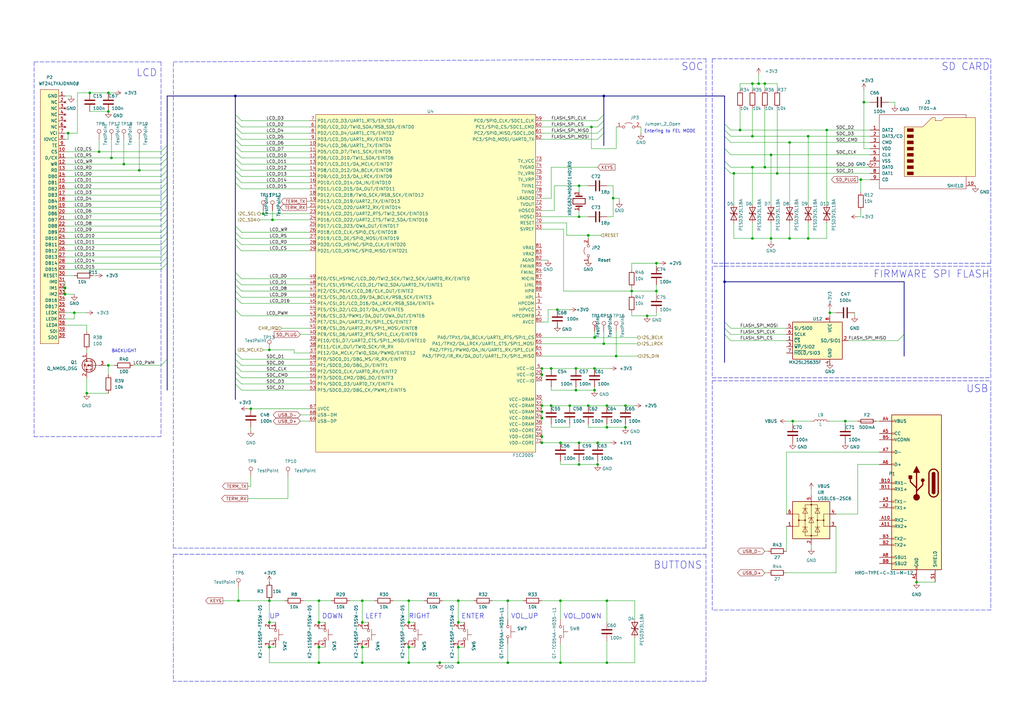
<source format=kicad_sch>
(kicad_sch (version 20211123) (generator eeschema)
  (paper "A3")
  (lib_symbols
    (symbol "Connector:TestPoint" (pin_numbers hide) (pin_names (offset 0.762) hide)
      (property "Reference" "TP" (at 0 6.858 0))
      (property "Value" "TestPoint" (at 0 5.08 0))
      (symbol "TestPoint_1_1"
        (pin passive line (at 0 0 90) (length 2.54) (name "1") (number "1"))
      )
    )
    (symbol "Device:Q_NMOS_DSG" (pin_names (offset 0) hide)
      (property "Reference" "Q" (at 5.08 1.27 0))
      (property "Value" "Q_NMOS_DSG" (at 5.08 -1.27 0))
      (symbol "Q_NMOS_DSG_1_1"
        (pin passive line (at 2.54 5.08 270) (length 2.54) (name "D") (number "1"))
        (pin passive line (at 2.54 -5.08 90) (length 2.54) (name "S") (number "2"))
        (pin input line (at -5.08 0 0) (length 2.54) (name "G") (number "3"))
      )
    )
    (symbol "Jumper:Jumper_2_Open" (pin_names (offset 0) hide)
      (property "Reference" "JP" (at 0 2.794 0))
      (property "Value" "Jumper_2_Open" (at 0 -2.286 0))
      (symbol "Jumper_2_Open_1_1"
        (pin passive line (at -5.08 0 0) (length 2.54) (name "A") (number "1"))
        (pin passive line (at 5.08 0 180) (length 2.54) (name "B") (number "2"))
      )
    )
    (symbol "power:+1V1" (power) (pin_names (offset 0))
      (property "Value" "+1V1" (at 0 3.556 0))
      (symbol "+1V1_1_1"
        (pin power_in line (at 0 0 90) (length 0) hide (name "+1V1") (number "1"))
      )
    )
    (symbol "power:+2V5" (power) (pin_names (offset 0))
      (property "Value" "+2V5" (at 0 3.556 0))
      (symbol "+2V5_1_1"
        (pin power_in line (at 0 0 90) (length 0) hide (name "+2V5") (number "1"))
      )
    )
    (symbol "power:+3V0" (power) (pin_names (offset 0))
      (property "Value" "+3V0" (at 0 3.556 0))
      (symbol "+3V0_1_1"
        (pin power_in line (at 0 0 90) (length 0) hide (name "+3V0") (number "1"))
      )
    )
    (symbol "power:+3V3" (power) (pin_names (offset 0))
      (property "Value" "+3V3" (at 0 3.556 0))
      (symbol "+3V3_1_1"
        (pin power_in line (at 0 0 90) (length 0) hide (name "+3V3") (number "1"))
      )
    )
    (symbol "power:GND" (power) (pin_names (offset 0))
      (property "Value" "GND" (at 0 -3.81 0))
      (symbol "GND_1_1"
        (pin power_in line (at 0 0 270) (length 0) hide (name "GND") (number "1"))
      )
    )
    (symbol "power:VBUS" (power) (pin_names (offset 0))
      (property "Value" "VBUS" (at 0 3.81 0))
      (symbol "VBUS_1_1"
        (pin power_in line (at 0 0 90) (length 0) hide (name "VBUS") (number "1"))
      )
    )
    (symbol "rlib_buttons:GT-TC054A-H035-L1" (pin_numbers hide) (pin_names (offset 1.016) hide)
      (property "Reference" "SW" (at 1.27 2.54 0))
      (property "Value" "GT-TC054A-H035-L1" (at 0 -2.54 0))
      (symbol "GT-TC054A-H035-L1_0_1"
        (pin passive line (at -5.08 0 0) (length 2.54) (name "1") (number "1"))
        (pin passive line (at 5.08 0 180) (length 2.54) (name "2") (number "2"))
      )
    )
    (symbol "rlib_buttons:K2-1156SP-F5SW-05" (pin_names (offset 1.016) hide)
      (property "Reference" "SW" (at 2.54 6.35 0))
      (property "Value" "K2-1156SP-F5SW-05" (at 0 -3.175 0))
      (symbol "K2-1156SP-F5SW-05_0_1"
        (pin passive line (at -5.08 2.54 0) (length 2.54) (name "1") (number "1"))
        (pin passive line (at -5.08 0 0) (length 2.54) (name "2") (number "2"))
        (pin passive line (at 5.08 0 180) (length 2.54) (name "K") (number "3"))
        (pin passive line (at 5.08 2.54 180) (length 2.54) (name "A") (number "4"))
      )
    )
    (symbol "rlib_connectors:HRO-TYPE-C-31-M-12" (pin_names (offset 1.016))
      (property "Reference" "P" (at -10.16 29.21 0))
      (property "Value" "HRO-TYPE-C-31-M-12" (at 26.67 29.21 0))
      (symbol "HRO-TYPE-C-31-M-12_1_1"
        (pin passive line (at 0 -40.64 90) (length 5.08) (name "GND") (number "A1"))
        (pin bidirectional line (at 15.24 -15.24 180) (length 5.08) (name "RX2-") (number "A10"))
        (pin bidirectional line (at 15.24 -17.78 180) (length 5.08) (name "RX2+") (number "A11"))
        (pin passive line (at 0 -40.64 90) (length 5.08) hide (name "GND") (number "A12"))
        (pin bidirectional line (at 15.24 -10.16 180) (length 5.08) (name "TX1+") (number "A2"))
        (pin bidirectional line (at 15.24 -7.62 180) (length 5.08) (name "TX1-") (number "A3"))
        (pin passive line (at 15.24 25.4 180) (length 5.08) (name "VBUS") (number "A4"))
        (pin bidirectional line (at 15.24 20.32 180) (length 5.08) (name "CC") (number "A5"))
        (pin bidirectional line (at 15.24 7.62 180) (length 5.08) (name "D+") (number "A6"))
        (pin bidirectional line (at 15.24 12.7 180) (length 5.08) (name "D-") (number "A7"))
        (pin bidirectional line (at 15.24 -30.48 180) (length 5.08) (name "SBU1") (number "A8"))
        (pin passive line (at 15.24 25.4 180) (length 5.08) hide (name "VBUS") (number "A9"))
        (pin passive line (at 0 -40.64 90) (length 5.08) hide (name "GND") (number "B1"))
        (pin bidirectional line (at 15.24 0 180) (length 5.08) (name "RX1-") (number "B10"))
        (pin bidirectional line (at 15.24 -2.54 180) (length 5.08) (name "RX1+") (number "B11"))
        (pin passive line (at 0 -40.64 90) (length 5.08) hide (name "GND") (number "B12"))
        (pin bidirectional line (at 15.24 -25.4 180) (length 5.08) (name "TX2+") (number "B2"))
        (pin bidirectional line (at 15.24 -22.86 180) (length 5.08) (name "TX2-") (number "B3"))
        (pin passive line (at 15.24 25.4 180) (length 5.08) hide (name "VBUS") (number "B4"))
        (pin bidirectional line (at 15.24 17.78 180) (length 5.08) (name "VCONN") (number "B5"))
        (pin bidirectional line (at 15.24 -33.02 180) (length 5.08) (name "SBU2") (number "B8"))
        (pin passive line (at 15.24 25.4 180) (length 5.08) hide (name "VBUS") (number "B9"))
        (pin passive line (at -7.62 -40.64 90) (length 5.08) (name "SHIELD") (number "S1"))
      )
    )
    (symbol "rlib_connectors:TF01-A" (pin_names (offset 1.016))
      (property "Reference" "J" (at -16.51 15.24 0))
      (property "Value" "TF01-A" (at 7.62 -17.78 0))
      (symbol "TF01-A_1_1"
        (pin bidirectional line (at -22.86 7.62 0) (length 3.81) (name "DAT2") (number "1"))
        (pin passive line (at 20.32 -15.24 180) (length 3.81) (name "SHIELD") (number "10"))
        (pin bidirectional line (at -22.86 5.08 0) (length 3.81) (name "DAT3/CD") (number "2"))
        (pin input line (at -22.86 2.54 0) (length 3.81) (name "CMD") (number "3"))
        (pin power_in line (at -22.86 0 0) (length 3.81) (name "VDD") (number "4"))
        (pin input line (at -22.86 -2.54 0) (length 3.81) (name "CLX") (number "5"))
        (pin power_in line (at -22.86 -5.08 0) (length 3.81) (name "VSS") (number "6"))
        (pin bidirectional line (at -22.86 -7.62 0) (length 3.81) (name "DAT0") (number "7"))
        (pin bidirectional line (at -22.86 -10.16 0) (length 3.81) (name "DAT1") (number "8"))
        (pin passive line (at -22.86 -12.7 0) (length 3.81) (name "CD") (number "9"))
      )
    )
    (symbol "rlib_crystal:XRCGB24M000F1H01R0" (pin_names (offset 1.016) hide)
      (property "Reference" "Y" (at 3.175 5.08 0))
      (property "Value" "XRCGB24M000F1H01R0" (at -11.43 -5.08 0))
      (symbol "XRCGB24M000F1H01R0_1_1"
        (pin passive line (at -3.81 0 0) (length 1.27) (name "1") (number "1"))
        (pin passive line (at 3.81 0 180) (length 1.27) (name "3") (number "3"))
      )
    )
    (symbol "rlib_ic:F1C200S"
      (property "Reference" "U" (at 0 10.16 0))
      (property "Value" "F1C200S" (at 0 -132.08 0))
      (symbol "F1C200S_0_0"
        (pin input line (at 49.53 -67.31 180) (length 2.54) (name "HPL") (number "1"))
        (pin bidirectional line (at -45.72 -5.08 0) (length 2.54) (name "PD4/LCD_D6/UART1_TX/EINTD4") (number "10"))
        (pin bidirectional line (at -45.72 -7.62 0) (length 2.54) (name "PD5/LCD_D7/TWI1_SCK/EINTD5") (number "11"))
        (pin bidirectional line (at -45.72 -10.16 0) (length 2.54) (name "PD6/LCD_D10/TWI1_SDA/EINTD6") (number "12"))
        (pin bidirectional line (at -45.72 -12.7 0) (length 2.54) (name "PD7/LCD_D11/DA_MCLK/EINTD7") (number "13"))
        (pin bidirectional line (at -45.72 -15.24 0) (length 2.54) (name "PD8/LCD_D12/DA_BCLK/EINTD8") (number "14"))
        (pin bidirectional line (at -45.72 -17.78 0) (length 2.54) (name "PD9/LCD_D13/DA_LRCK/EINTD9") (number "15"))
        (pin bidirectional line (at -45.72 -20.32 0) (length 2.54) (name "PD10/LCD_D14/DA_IN/EINTD10") (number "16"))
        (pin bidirectional line (at -45.72 -22.86 0) (length 2.54) (name "PD11/LCD_D15/DA_OUT/EINTD11") (number "17"))
        (pin bidirectional line (at -45.72 -25.4 0) (length 2.54) (name "PD12/LCD_D18/TWI0_SCK/RSB_SCK/EINTD12") (number "18"))
        (pin bidirectional line (at -45.72 -27.94 0) (length 2.54) (name "PD13/LCD_D19/UART2_TX/EINTD13") (number "19"))
        (pin input line (at 49.53 -74.93 180) (length 2.54) (name "HPCOMFB") (number "2"))
        (pin power_in line (at 49.53 -99.06 180) (length 2.54) (name "VCC-IO") (number "20"))
        (pin bidirectional line (at -45.72 -30.48 0) (length 2.54) (name "PD14/LCD_D20/UART2_RX/EINTD14") (number "21"))
        (pin power_in line (at 49.53 -121.92 180) (length 2.54) (name "VDD-CORE") (number "22"))
        (pin bidirectional line (at -45.72 -33.02 0) (length 2.54) (name "PD15/LCD_D21/UART2_RTS/TWI2_SCK/EINTD15") (number "23"))
        (pin bidirectional line (at -45.72 -35.56 0) (length 2.54) (name "PD16/LCD_D22/UART2_CTS/TWI2_SDA/EINTD16") (number "24"))
        (pin bidirectional line (at -45.72 -38.1 0) (length 2.54) (name "PD17/LCD_D23/OWA_OUT/EINTD17") (number "25"))
        (pin bidirectional line (at -45.72 -40.64 0) (length 2.54) (name "PD18/LCD_CLK/SPI0_CS/EINTD18") (number "26"))
        (pin bidirectional line (at -45.72 -43.18 0) (length 2.54) (name "PD19/LCD_DE/SPI0_MOSI/EINTD19") (number "27"))
        (pin bidirectional line (at -45.72 -45.72 0) (length 2.54) (name "PD20/LCD_HSYNC/SPI0_CLK/EINTD20") (number "28"))
        (pin bidirectional line (at -45.72 -48.26 0) (length 2.54) (name "PD21/LCD_VSYNC/SPI0_MISO/EINTD21") (number "29"))
        (pin power_in line (at 49.53 -69.85 180) (length 2.54) (name "HPCOM") (number "3"))
        (pin power_in line (at 49.53 -109.22 180) (length 2.54) (name "VCC-DRAM") (number "30"))
        (pin power_in line (at 49.53 -111.76 180) (length 2.54) (name "VCC-DRAM") (number "31"))
        (pin power_in line (at 49.53 -114.3 180) (length 2.54) (name "VCC-DRAM") (number "32"))
        (pin power_in line (at 49.53 -39.37 180) (length 2.54) (name "SVREF") (number "33"))
        (pin power_in line (at 49.53 -116.84 180) (length 2.54) (name "VCC-DRAM") (number "34"))
        (pin power_in line (at 49.53 -124.46 180) (length 2.54) (name "VDD-CORE") (number "35"))
        (pin power_in line (at 49.53 -119.38 180) (length 2.54) (name "VCC-DRAM") (number "36"))
        (pin bidirectional line (at -45.72 -90.17 0) (length 2.54) (name "PE12/DA_MCLK/TWI0_SDA/PWM0/EINTE12") (number "37"))
        (pin bidirectional line (at -45.72 -87.63 0) (length 2.54) (name "PE11/CLK_OUT/TWI0_SCK/IR_RX") (number "38"))
        (pin bidirectional line (at -45.72 -85.09 0) (length 2.54) (name "PE10/CSI_D7/UART2_CTS/SPI1_MISO/EINTE10") (number "39"))
        (pin power_in line (at 49.53 -72.39 180) (length 2.54) (name "HPVCC") (number "4"))
        (pin bidirectional line (at -45.72 -82.55 0) (length 2.54) (name "PE9/CSI_D6/UART2_RTS/SPI1_CLK/EINTE9") (number "40"))
        (pin bidirectional line (at -45.72 -80.01 0) (length 2.54) (name "PE8/CSI_D5/UART2_RX/SPI1_MOSI/EINTE8") (number "41"))
        (pin bidirectional line (at -45.72 -77.47 0) (length 2.54) (name "PE7/CSI_D4/UART2_TX/SPI1_CS/EINTE7") (number "42"))
        (pin bidirectional line (at -45.72 -74.93 0) (length 2.54) (name "PE6/CSI_D3/PWM1/DA_OUT/OWA_OUT/EINTE6") (number "43"))
        (pin bidirectional line (at -45.72 -72.39 0) (length 2.54) (name "PE5/CSI_D2/LCD_D17/DA_IN/EINTE5") (number "44"))
        (pin bidirectional line (at -45.72 -69.85 0) (length 2.54) (name "PE4/CSI_D1/LCD_D16/DA_LRCK/RSB_SDA/EINTE4") (number "45"))
        (pin bidirectional line (at -45.72 -67.31 0) (length 2.54) (name "PE3/CSI_D0/LCD_D9/DA_BCLK/RSB_SCK/EINTE3") (number "46"))
        (pin bidirectional line (at -45.72 -64.77 0) (length 2.54) (name "PE2/CSI_PCLK/LCD_D8/CLK_OUT/EINTE2") (number "47"))
        (pin bidirectional line (at -45.72 -62.23 0) (length 2.54) (name "PE1/CSI_VSYNC/LCD_D1/TWI2_SDA/UART0_TX/EINTE1") (number "48"))
        (pin bidirectional line (at -45.72 -59.69 0) (length 2.54) (name "PE0/CSI_HSYNC/LCD_D0/TWI2_SCK/TWI2_SCK/UART0_RX/EINTE0") (number "49"))
        (pin power_in line (at 49.53 -96.52 180) (length 2.54) (name "VCC-IO") (number "5"))
        (pin power_in line (at 49.53 -101.6 180) (length 2.54) (name "VCC-IO") (number "50"))
        (pin input line (at 49.53 -34.29 180) (length 2.54) (name "HOSCI") (number "51"))
        (pin output line (at 49.53 -31.75 180) (length 2.54) (name "HOSCO") (number "52"))
        (pin bidirectional line (at -45.72 -105.41 0) (length 2.54) (name "PF5/SDC0_D2/DBG_CK/PWM1/EINTF5") (number "53"))
        (pin bidirectional line (at -45.72 -102.87 0) (length 2.54) (name "PF4/SDC0_D3/UART0_TX/EINTF4") (number "54"))
        (pin bidirectional line (at -45.72 -100.33 0) (length 2.54) (name "PF3/SDC0_CMD/DBG_DO/EINTF3") (number "55"))
        (pin bidirectional line (at -45.72 -97.79 0) (length 2.54) (name "PF2/SDC0_CLK/UART0_RX/EINTF2") (number "56"))
        (pin bidirectional line (at -45.72 -95.25 0) (length 2.54) (name "PF1/SDC0_D0/DBG_DI/EINTF1") (number "57"))
        (pin bidirectional line (at -45.72 -92.71 0) (length 2.54) (name "PF0/SDC0_D1/DBG_MS/IR_RX/EINTF0") (number "58"))
        (pin bidirectional line (at 49.53 5.08 180) (length 2.54) (name "PC0/SPI0_CLK/SDC1_CLK") (number "59"))
        (pin bidirectional line (at -45.72 2.54 0) (length 2.54) (name "PD0/LCD_D2/TWI0_SDA/RSB_SDA/EINTD0") (number "6"))
        (pin bidirectional line (at 49.53 2.54 180) (length 2.54) (name "PC1/SPI0_CS/SDC1_CMD") (number "60"))
        (pin bidirectional line (at 49.53 0 180) (length 2.54) (name "PC2/SPI0_MISO/SDC1_D0") (number "61"))
        (pin bidirectional line (at 49.53 -2.54 180) (length 2.54) (name "PC3/SPI0_MOSI/UART0_TX") (number "62"))
        (pin input line (at 49.53 -91.44 180) (length 2.54) (name "PA3/TPY2/IR_RX/DA_OUT/UART1_TX/SPI1_MISO") (number "63"))
        (pin bidirectional line (at 49.53 -88.9 180) (length 2.54) (name "PA2/TPY1/PWM0/DA_IN/UART1_RX/SP1_CLK") (number "64"))
        (pin bidirectional line (at 49.53 -86.36 180) (length 2.54) (name "PA1/TPX2/DA_LRCK/UART1_CTS/SPI1_MOSI") (number "65"))
        (pin bidirectional line (at 49.53 -83.82 180) (length 2.54) (name "PA0/TPX1/DA_BCLK/UART1_RTS/SPI1_CS") (number "66"))
        (pin power_in line (at -45.72 -113.03 0) (length 2.54) (name "UVCC") (number "67"))
        (pin bidirectional line (at -45.72 -115.57 0) (length 2.54) (name "USB-DM") (number "68"))
        (pin bidirectional line (at -45.72 -118.11 0) (length 2.54) (name "USB-DP") (number "69"))
        (pin bidirectional line (at -45.72 5.08 0) (length 2.54) (name "PD1/LCD_D3/UART1_RTS/EINTD1") (number "7"))
        (pin input line (at 49.53 -36.83 180) (length 2.54) (name "RESET") (number "70"))
        (pin power_in line (at 49.53 -127 180) (length 2.54) (name "VDD-CORE") (number "71"))
        (pin output line (at 49.53 -29.21 180) (length 2.54) (name "TVOUT") (number "72"))
        (pin power_in line (at 49.53 -11.43 180) (length 2.54) (name "TV_VCC") (number "73"))
        (pin power_in line (at 49.53 -13.97 180) (length 2.54) (name "TVGND") (number "74"))
        (pin input line (at 49.53 -16.51 180) (length 2.54) (name "TV_VRN") (number "75"))
        (pin input line (at 49.53 -19.05 180) (length 2.54) (name "TV_VRP") (number "76"))
        (pin input line (at 49.53 -21.59 180) (length 2.54) (name "TVIN1") (number "77"))
        (pin input line (at 49.53 -24.13 180) (length 2.54) (name "TVIN0") (number "78"))
        (pin input line (at 49.53 -26.67 180) (length 2.54) (name "LRADC0") (number "79"))
        (pin bidirectional line (at -45.72 0 0) (length 2.54) (name "PD2/LCD_D4/UART1_CTS/EINTD2") (number "8"))
        (pin power_in line (at 49.53 -77.47 180) (length 2.54) (name "AVCC") (number "80"))
        (pin input line (at 49.53 -46.99 180) (length 2.54) (name "VRA1") (number "81"))
        (pin power_in line (at 49.53 -52.07 180) (length 2.54) (name "AGND") (number "82"))
        (pin input line (at 49.53 -49.53 180) (length 2.54) (name "VRA2") (number "83"))
        (pin input line (at 49.53 -57.15 180) (length 2.54) (name "FMINL") (number "84"))
        (pin input line (at 49.53 -54.61 180) (length 2.54) (name "FMINR") (number "85"))
        (pin input line (at 49.53 -62.23 180) (length 2.54) (name "LINL") (number "86"))
        (pin input line (at 49.53 -59.69 180) (length 2.54) (name "MICIN") (number "87"))
        (pin input line (at 49.53 -64.77 180) (length 2.54) (name "HPR") (number "88"))
        (pin bidirectional line (at -45.72 -2.54 0) (length 2.54) (name "PD3/LCD_D5/UART1_RX/EINTD3") (number "9"))
      )
    )
    (symbol "rlib_ic:MX25L25635F"
      (property "Reference" "U" (at -8.89 8.89 0))
      (property "Value" "MX25L25635F" (at 15.24 8.89 0))
      (symbol "MX25L25635F_1_1"
        (pin input line (at -12.7 0 0) (length 2.54) (name "~{CS}") (number "1"))
        (pin bidirectional line (at 12.7 0 180) (length 2.54) (name "SO/SIO1") (number "2"))
        (pin bidirectional line (at -12.7 -2.54 0) (length 2.54) (name "~{WP}/SIO2") (number "3"))
        (pin power_in line (at 5.08 -10.16 90) (length 2.54) (name "GND") (number "4"))
        (pin bidirectional line (at -12.7 5.08 0) (length 2.54) (name "SI/SIO0") (number "5"))
        (pin input line (at -12.7 2.54 0) (length 2.54) (name "SCLK") (number "6"))
        (pin bidirectional line (at -12.7 -5.08 0) (length 2.54) (name "~{HOLD}/SIO3") (number "7"))
        (pin power_in line (at 5.08 10.16 270) (length 2.54) (name "VCC") (number "8"))
      )
    )
    (symbol "rlib_lcd:WF24LTYAJDNN0#"
      (property "Reference" "P" (at 0 5.08 0))
      (property "Value" "WF24LTYAJDNN0#" (at 3.81 -101.6 0))
      (symbol "WF24LTYAJDNN0#_0_0"
        (pin power_in line (at -6.35 1.27 0) (length 2.54) (name "GND") (number "1"))
        (pin input line (at -6.35 -21.59 0) (length 2.54) (name "CS") (number "10"))
        (pin input line (at -6.35 -24.13 0) (length 2.54) (name "D/CX") (number "11"))
        (pin input line (at -6.35 -26.67 0) (length 2.54) (name "WR") (number "12"))
        (pin input line (at -6.35 -29.21 0) (length 2.54) (name "RD") (number "13"))
        (pin bidirectional line (at -6.35 -31.75 0) (length 2.54) (name "DB0") (number "14"))
        (pin bidirectional line (at -6.35 -34.29 0) (length 2.54) (name "DB1") (number "15"))
        (pin bidirectional line (at -6.35 -36.83 0) (length 2.54) (name "DB2") (number "16"))
        (pin bidirectional line (at -6.35 -39.37 0) (length 2.54) (name "DB3") (number "17"))
        (pin bidirectional line (at -6.35 -41.91 0) (length 2.54) (name "DB4") (number "18"))
        (pin bidirectional line (at -6.35 -44.45 0) (length 2.54) (name "DB5") (number "19"))
        (pin no_connect line (at -6.35 -1.27 0) (length 2.54) (name "NC") (number "2"))
        (pin bidirectional line (at -6.35 -46.99 0) (length 2.54) (name "DB6") (number "20"))
        (pin bidirectional line (at -6.35 -49.53 0) (length 2.54) (name "DB7") (number "21"))
        (pin bidirectional line (at -6.35 -52.07 0) (length 2.54) (name "DB8") (number "22"))
        (pin bidirectional line (at -6.35 -54.61 0) (length 2.54) (name "DB9") (number "23"))
        (pin bidirectional line (at -6.35 -57.15 0) (length 2.54) (name "DB10") (number "24"))
        (pin bidirectional line (at -6.35 -59.69 0) (length 2.54) (name "DB11") (number "25"))
        (pin bidirectional line (at -6.35 -62.23 0) (length 2.54) (name "DB12") (number "26"))
        (pin bidirectional line (at -6.35 -64.77 0) (length 2.54) (name "DB13") (number "27"))
        (pin bidirectional line (at -6.35 -67.31 0) (length 2.54) (name "DB14") (number "28"))
        (pin bidirectional line (at -6.35 -69.85 0) (length 2.54) (name "DB15") (number "29"))
        (pin no_connect line (at -6.35 -3.81 0) (length 2.54) (name "NC") (number "3"))
        (pin input line (at -6.35 -72.39 0) (length 2.54) (name "RESET") (number "30"))
        (pin input line (at -6.35 -74.93 0) (length 2.54) (name "IM0") (number "31"))
        (pin input line (at -6.35 -77.47 0) (length 2.54) (name "IM1") (number "32"))
        (pin input line (at -6.35 -80.01 0) (length 2.54) (name "IM2") (number "33"))
        (pin bidirectional line (at -6.35 -82.55 0) (length 2.54) (name "DB16") (number "34"))
        (pin bidirectional line (at -6.35 -85.09 0) (length 2.54) (name "DB17") (number "35"))
        (pin power_in line (at -6.35 -87.63 0) (length 2.54) (name "LEDK") (number "36"))
        (pin power_in line (at -6.35 -90.17 0) (length 2.54) (name "LEDK") (number "37"))
        (pin power_in line (at -6.35 -92.71 0) (length 2.54) (name "LEDA") (number "38"))
        (pin input line (at -6.35 -95.25 0) (length 2.54) (name "SDI") (number "39"))
        (pin output line (at -6.35 -97.79 0) (length 2.54) (name "SDO") (number "39"))
        (pin no_connect line (at -6.35 -6.35 0) (length 2.54) (name "NC") (number "4"))
        (pin no_connect line (at -6.35 -8.89 0) (length 2.54) (name "NC") (number "5"))
        (pin no_connect line (at -6.35 -11.43 0) (length 2.54) (name "NC") (number "6"))
        (pin power_in line (at -6.35 -13.97 0) (length 2.54) (name "VCI") (number "7"))
        (pin power_in line (at -6.35 -16.51 0) (length 2.54) (name "IOVCC") (number "8"))
        (pin output line (at -6.35 -19.05 0) (length 2.54) (name "TE") (number "9"))
      )
    )
    (symbol "rlib_passive:C" (pin_numbers hide) (pin_names (offset 0.254))
      (property "Reference" "C" (at 0.635 2.54 0))
      (property "Value" "C" (at 0.635 -2.54 0))
      (symbol "C_1_1"
        (pin passive line (at 0 3.81 270) (length 2.794) (name "~") (number "1"))
        (pin passive line (at 0 -3.81 90) (length 2.794) (name "~") (number "2"))
      )
    )
    (symbol "rlib_passive:Fuse" (pin_numbers hide) (pin_names (offset 0))
      (property "Reference" "F" (at 2.032 0 90))
      (property "Value" "Fuse" (at -1.905 0 90))
      (symbol "Fuse_1_1"
        (pin passive line (at 0 3.81 270) (length 1.27) (name "~") (number "1"))
        (pin passive line (at 0 -3.81 90) (length 1.27) (name "~") (number "2"))
      )
    )
    (symbol "rlib_passive:L" (pin_numbers hide) (pin_names (offset 1.016) hide)
      (property "Reference" "L" (at -1.27 0 90))
      (property "Value" "L" (at 1.905 0 90))
      (symbol "L_1_1"
        (pin passive line (at 0 3.81 270) (length 1.27) (name "1") (number "1"))
        (pin passive line (at 0 -3.81 90) (length 1.27) (name "2") (number "2"))
      )
    )
    (symbol "rlib_passive:PESD3V3L1BA" (pin_numbers hide) (pin_names (offset 1.016) hide)
      (property "Reference" "D" (at 0 2.54 0))
      (property "Value" "PESD3V3L1BA" (at 0 -2.54 0))
      (symbol "PESD3V3L1BA_1_1"
        (pin passive line (at -3.81 0 0) (length 2.54) (name "A1") (number "1"))
        (pin passive line (at 3.81 0 180) (length 2.54) (name "A2") (number "2"))
      )
    )
    (symbol "rlib_passive:R" (pin_numbers hide) (pin_names (offset 0))
      (property "Reference" "R" (at 2.032 0 90))
      (property "Value" "R" (at 0 0 90))
      (symbol "R_1_1"
        (pin passive line (at 0 3.81 270) (length 1.27) (name "~") (number "1"))
        (pin passive line (at 0 -3.81 90) (length 1.27) (name "~") (number "2"))
      )
    )
    (symbol "rlib_passive:USBLC6-2SC6" (pin_names hide)
      (property "Reference" "U" (at 2.54 8.89 0))
      (property "Value" "USBLC6-2SC6" (at 2.54 -8.89 0))
      (symbol "USBLC6-2SC6_1_1"
        (pin passive line (at -10.16 -2.54 0) (length 2.54) (name "I/O1") (number "1"))
        (pin passive line (at 0 -10.16 90) (length 2.54) (name "GND") (number "2"))
        (pin passive line (at 10.16 -2.54 180) (length 2.54) (name "I/O2") (number "3"))
        (pin passive line (at 10.16 2.54 180) (length 2.54) (name "I/O2") (number "4"))
        (pin passive line (at 0 10.16 270) (length 2.54) (name "VBUS") (number "5"))
        (pin passive line (at -10.16 2.54 0) (length 2.54) (name "I/O1") (number "6"))
      )
    )
  )
  (junction (at 308.61 97.79))
  (junction (at 148.59 246.38))
  (junction (at 102.87 167.64))
  (junction (at 247.65 39.37))
  (junction (at 256.54 175.26))
  (junction (at 45.72 64.77))
  (junction (at 237.49 88.9))
  (junction (at 323.85 58.42))
  (junction (at 346.71 172.72))
  (junction (at 237.49 76.2))
  (junction (at 110.49 265.43))
  (junction (at 57.15 69.85))
  (junction (at 303.53 53.34))
  (junction (at 269.24 107.95))
  (junction (at 316.23 97.79))
  (junction (at 187.96 255.27))
  (junction (at 110.49 255.27))
  (junction (at 331.47 55.88))
  (junction (at 308.61 68.58))
  (junction (at 245.11 190.5))
  (junction (at 26.67 118.11))
  (junction (at 251.46 81.28))
  (junction (at 44.45 149.86))
  (junction (at 339.09 53.34))
  (junction (at 243.84 151.13))
  (junction (at 242.57 52.07))
  (junction (at 237.49 190.5))
  (junction (at 50.8 67.31))
  (junction (at 226.06 166.37))
  (junction (at 222.25 151.13))
  (junction (at 30.48 128.27))
  (junction (at 208.28 246.38))
  (junction (at 222.25 166.37))
  (junction (at 35.56 161.29))
  (junction (at 44.45 38.1))
  (junction (at 187.96 246.38))
  (junction (at 107.95 87.63))
  (junction (at 110.49 143.51))
  (junction (at 130.81 246.38))
  (junction (at 187.96 265.43))
  (junction (at 300.99 71.12))
  (junction (at 167.64 265.43))
  (junction (at 241.3 96.52))
  (junction (at 340.36 128.27))
  (junction (at 110.49 246.38))
  (junction (at 325.12 172.72))
  (junction (at 313.69 68.58))
  (junction (at 148.59 265.43))
  (junction (at 265.43 129.54))
  (junction (at 222.25 171.45))
  (junction (at 248.92 246.38))
  (junction (at 259.08 119.38))
  (junction (at 222.25 179.07))
  (junction (at 148.59 271.78))
  (junction (at 313.69 34.29))
  (junction (at 318.77 71.12))
  (junction (at 167.64 246.38))
  (junction (at 311.15 34.29))
  (junction (at 308.61 55.88))
  (junction (at 243.84 138.43))
  (junction (at 26.67 120.65))
  (junction (at 222.25 181.61))
  (junction (at 97.79 246.38))
  (junction (at 226.06 151.13))
  (junction (at 44.45 45.72))
  (junction (at 248.92 166.37))
  (junction (at 27.94 54.61))
  (junction (at 243.84 160.02))
  (junction (at 375.92 238.76))
  (junction (at 252.73 146.05))
  (junction (at 331.47 97.79))
  (junction (at 228.6 127))
  (junction (at 130.81 265.43))
  (junction (at 323.85 97.79))
  (junction (at 208.28 271.78))
  (junction (at 111.76 90.17))
  (junction (at 96.52 39.37))
  (junction (at 245.11 181.61))
  (junction (at 308.61 34.29))
  (junction (at 36.83 38.1))
  (junction (at 236.22 160.02))
  (junction (at 247.65 140.97))
  (junction (at 353.06 73.66))
  (junction (at 167.64 271.78))
  (junction (at 148.59 255.27))
  (junction (at 297.18 115.57))
  (junction (at 222.25 153.67))
  (junction (at 167.64 255.27))
  (junction (at 130.81 255.27))
  (junction (at 40.64 62.23))
  (junction (at 187.96 271.78))
  (junction (at 229.87 246.38))
  (junction (at 236.22 151.13))
  (junction (at 269.24 119.38))
  (junction (at 229.87 271.78))
  (junction (at 256.54 166.37))
  (junction (at 248.92 175.26))
  (junction (at 180.34 271.78))
  (junction (at 248.92 271.78))
  (junction (at 241.3 166.37))
  (junction (at 354.33 41.91))
  (junction (at 222.25 168.91))
  (junction (at 237.49 181.61))
  (junction (at 233.68 166.37))
  (junction (at 316.23 63.5))
  (junction (at 229.87 181.61))
  (junction (at 130.81 271.78))
  (bus_entry (at 247.65 54.61) (size -2.54 2.54))
  (bus_entry (at 68.58 97.79) (size -2.54 2.54))
  (bus_entry (at 68.58 92.71) (size -2.54 2.54))
  (bus_entry (at 370.84 137.16) (size -2.54 2.54))
  (bus_entry (at 247.65 52.07) (size -2.54 2.54))
  (bus_entry (at 68.58 69.85) (size -2.54 2.54))
  (bus_entry (at 68.58 74.93) (size -2.54 2.54))
  (bus_entry (at 297.18 134.62) (size 2.54 2.54))
  (bus_entry (at 297.18 53.34) (size 2.54 2.54))
  (bus_entry (at 68.58 87.63) (size -2.54 2.54))
  (bus_entry (at 96.52 49.53) (size 2.54 2.54))
  (bus_entry (at 68.58 59.69) (size -2.54 2.54))
  (bus_entry (at 96.52 46.99) (size 2.54 2.54))
  (bus_entry (at 297.18 132.08) (size 2.54 2.54))
  (bus_entry (at 68.58 90.17) (size -2.54 2.54))
  (bus_entry (at 96.52 157.48) (size 2.54 2.54))
  (bus_entry (at 68.58 72.39) (size -2.54 2.54))
  (bus_entry (at 96.52 67.31) (size 2.54 2.54))
  (bus_entry (at 96.52 57.15) (size 2.54 2.54))
  (bus_entry (at 297.18 50.8) (size 2.54 2.54))
  (bus_entry (at 297.18 68.58) (size 2.54 2.54))
  (bus_entry (at 297.18 55.88) (size 2.54 2.54))
  (bus_entry (at 68.58 80.01) (size -2.54 2.54))
  (bus_entry (at 68.58 85.09) (size -2.54 2.54))
  (bus_entry (at 68.58 102.87) (size -2.54 2.54))
  (bus_entry (at 68.58 147.32) (size -2.54 2.54))
  (bus_entry (at 68.58 77.47) (size -2.54 2.54))
  (bus_entry (at 96.52 111.76) (size 2.54 2.54))
  (bus_entry (at 68.58 95.25) (size -2.54 2.54))
  (bus_entry (at 247.65 49.53) (size -2.54 2.54))
  (bus_entry (at 96.52 149.86) (size 2.54 2.54))
  (bus_entry (at 297.18 137.16) (size 2.54 2.54))
  (bus_entry (at 247.65 46.99) (size -2.54 2.54))
  (bus_entry (at 297.18 60.96) (size 2.54 2.54))
  (bus_entry (at 68.58 100.33) (size -2.54 2.54))
  (bus_entry (at 68.58 105.41) (size -2.54 2.54))
  (bus_entry (at 96.52 54.61) (size 2.54 2.54))
  (bus_entry (at 68.58 62.23) (size -2.54 2.54))
  (bus_entry (at 68.58 67.31) (size -2.54 2.54))
  (bus_entry (at 96.52 121.92) (size 2.54 2.54))
  (bus_entry (at 96.52 100.33) (size 2.54 2.54))
  (bus_entry (at 96.52 97.79) (size 2.54 2.54))
  (bus_entry (at 96.52 95.25) (size 2.54 2.54))
  (bus_entry (at 96.52 92.71) (size 2.54 2.54))
  (bus_entry (at 96.52 74.93) (size 2.54 2.54))
  (bus_entry (at 96.52 72.39) (size 2.54 2.54))
  (bus_entry (at 96.52 69.85) (size 2.54 2.54))
  (bus_entry (at 96.52 116.84) (size 2.54 2.54))
  (bus_entry (at 96.52 119.38) (size 2.54 2.54))
  (bus_entry (at 96.52 152.4) (size 2.54 2.54))
  (bus_entry (at 96.52 147.32) (size 2.54 2.54))
  (bus_entry (at 96.52 154.94) (size 2.54 2.54))
  (bus_entry (at 96.52 144.78) (size 2.54 2.54))
  (bus_entry (at 68.58 64.77) (size -2.54 2.54))
  (bus_entry (at 96.52 64.77) (size 2.54 2.54))
  (bus_entry (at 96.52 62.23) (size 2.54 2.54))
  (bus_entry (at 96.52 114.3) (size 2.54 2.54))
  (bus_entry (at 96.52 52.07) (size 2.54 2.54))
  (bus_entry (at 68.58 107.95) (size -2.54 2.54))
  (bus_entry (at 68.58 82.55) (size -2.54 2.54))
  (bus_entry (at 96.52 59.69) (size 2.54 2.54))
  (bus_entry (at 297.18 66.04) (size 2.54 2.54))
  (bus_entry (at 96.52 127) (size 2.54 2.54))
  (wire (pts (xy 252.73 60.96) (xy 242.57 60.96)))
  (polyline (pts (xy 71.12 25.4) (xy 289.56 24.13)))
  (wire (pts (xy 229.87 246.38) (xy 248.92 246.38)))
  (wire (pts (xy 251.46 81.28) (xy 251.46 76.2)))
  (wire (pts (xy 99.06 77.47) (xy 127 77.47)))
  (wire (pts (xy 269.24 128.27) (xy 269.24 129.54)))
  (wire (pts (xy 125.73 82.55) (xy 127 82.55)))
  (wire (pts (xy 187.96 246.38) (xy 187.96 255.27)))
  (wire (pts (xy 316.23 97.79) (xy 323.85 97.79)))
  (wire (pts (xy 44.45 149.86) (xy 44.45 153.67)))
  (bus (pts (xy 96.52 97.79) (xy 96.52 100.33)))
  (bus (pts (xy 68.58 64.77) (xy 68.58 67.31)))
  (wire (pts (xy 308.61 68.58) (xy 313.69 68.58)))
  (wire (pts (xy 99.06 102.87) (xy 127 102.87)))
  (wire (pts (xy 130.81 271.78) (xy 130.81 265.43)))
  (bus (pts (xy 297.18 55.88) (xy 297.18 60.96)))
  (wire (pts (xy 40.64 57.15) (xy 40.64 62.23)))
  (wire (pts (xy 254 82.55) (xy 254 81.28)))
  (wire (pts (xy 99.06 95.25) (xy 127 95.25)))
  (wire (pts (xy 167.64 255.27) (xy 170.18 255.27)))
  (wire (pts (xy 351.79 190.5) (xy 360.68 190.5)))
  (wire (pts (xy 222.25 151.13) (xy 226.06 151.13)))
  (wire (pts (xy 252.73 135.89) (xy 252.73 146.05)))
  (bus (pts (xy 68.58 80.01) (xy 68.58 82.55)))
  (wire (pts (xy 260.35 246.38) (xy 248.92 246.38)))
  (wire (pts (xy 107.95 87.63) (xy 127 87.63)))
  (wire (pts (xy 300.99 71.12) (xy 318.77 71.12)))
  (wire (pts (xy 245.11 190.5) (xy 237.49 190.5)))
  (wire (pts (xy 26.67 130.81) (xy 30.48 130.81)))
  (bus (pts (xy 96.52 100.33) (xy 96.52 111.76)))
  (wire (pts (xy 101.6 167.64) (xy 102.87 167.64)))
  (wire (pts (xy 323.85 91.44) (xy 323.85 97.79)))
  (wire (pts (xy 299.72 134.62) (xy 322.58 134.62)))
  (bus (pts (xy 68.58 102.87) (xy 68.58 105.41)))
  (wire (pts (xy 262.89 54.61) (xy 262.89 52.07)))
  (wire (pts (xy 270.51 107.95) (xy 269.24 107.95)))
  (wire (pts (xy 332.74 223.52) (xy 332.74 224.79)))
  (wire (pts (xy 350.52 128.27) (xy 350.52 129.54)))
  (bus (pts (xy 68.58 90.17) (xy 68.58 92.71)))
  (bus (pts (xy 247.65 46.99) (xy 247.65 49.53)))
  (bus (pts (xy 370.84 115.57) (xy 370.84 137.16)))
  (wire (pts (xy 102.87 199.39) (xy 102.87 195.58)))
  (bus (pts (xy 68.58 147.32) (xy 68.58 160.02)))
  (bus (pts (xy 96.52 157.48) (xy 96.52 163.83)))
  (wire (pts (xy 99.06 157.48) (xy 127 157.48)))
  (wire (pts (xy 342.9 215.9) (xy 342.9 234.95)))
  (wire (pts (xy 118.11 195.58) (xy 118.11 204.47)))
  (bus (pts (xy 68.58 67.31) (xy 68.58 69.85)))
  (wire (pts (xy 322.58 210.82) (xy 322.58 185.42)))
  (bus (pts (xy 68.58 39.37) (xy 68.58 59.69)))
  (wire (pts (xy 226.06 160.02) (xy 226.06 158.75)))
  (polyline (pts (xy 71.12 182.88) (xy 71.12 25.4)))
  (wire (pts (xy 180.34 271.78) (xy 187.96 271.78)))
  (wire (pts (xy 99.06 72.39) (xy 127 72.39)))
  (bus (pts (xy 96.52 72.39) (xy 96.52 74.93)))
  (wire (pts (xy 99.06 116.84) (xy 127 116.84)))
  (wire (pts (xy 237.49 86.36) (xy 237.49 88.9)))
  (wire (pts (xy 35.56 135.89) (xy 35.56 133.35)))
  (wire (pts (xy 36.83 45.72) (xy 44.45 45.72)))
  (bus (pts (xy 96.52 49.53) (xy 96.52 52.07)))
  (wire (pts (xy 269.24 116.84) (xy 269.24 119.38)))
  (wire (pts (xy 97.79 246.38) (xy 110.49 246.38)))
  (wire (pts (xy 245.11 181.61) (xy 250.19 181.61)))
  (wire (pts (xy 237.49 190.5) (xy 237.49 189.23)))
  (wire (pts (xy 354.33 36.83) (xy 354.33 41.91)))
  (wire (pts (xy 222.25 49.53) (xy 245.11 49.53)))
  (wire (pts (xy 208.28 246.38) (xy 214.63 246.38)))
  (polyline (pts (xy 406.4 109.22) (xy 292.1 109.22)))
  (wire (pts (xy 167.64 271.78) (xy 180.34 271.78)))
  (wire (pts (xy 44.45 38.1) (xy 46.99 38.1)))
  (bus (pts (xy 68.58 95.25) (xy 68.58 97.79)))
  (wire (pts (xy 313.69 234.95) (xy 314.96 234.95)))
  (wire (pts (xy 26.67 90.17) (xy 66.04 90.17)))
  (wire (pts (xy 247.65 140.97) (xy 261.62 140.97)))
  (wire (pts (xy 27.94 54.61) (xy 27.94 57.15)))
  (wire (pts (xy 236.22 151.13) (xy 243.84 151.13)))
  (wire (pts (xy 110.49 143.51) (xy 107.95 143.51)))
  (wire (pts (xy 187.96 246.38) (xy 194.31 246.38)))
  (wire (pts (xy 167.64 246.38) (xy 173.99 246.38)))
  (wire (pts (xy 300.99 91.44) (xy 300.99 97.79)))
  (wire (pts (xy 308.61 34.29) (xy 311.15 34.29)))
  (wire (pts (xy 222.25 153.67) (xy 222.25 156.21)))
  (wire (pts (xy 99.06 147.32) (xy 127 147.32)))
  (wire (pts (xy 208.28 254) (xy 208.28 246.38)))
  (wire (pts (xy 313.69 226.06) (xy 314.96 226.06)))
  (wire (pts (xy 241.3 173.99) (xy 241.3 175.26)))
  (wire (pts (xy 148.59 246.38) (xy 148.59 255.27)))
  (wire (pts (xy 26.67 105.41) (xy 66.04 105.41)))
  (wire (pts (xy 254 81.28) (xy 251.46 81.28)))
  (wire (pts (xy 245.11 68.58) (xy 226.06 68.58)))
  (bus (pts (xy 297.18 53.34) (xy 297.18 55.88)))
  (wire (pts (xy 40.64 62.23) (xy 66.04 62.23)))
  (wire (pts (xy 248.92 166.37) (xy 256.54 166.37)))
  (wire (pts (xy 222.25 181.61) (xy 229.87 181.61)))
  (wire (pts (xy 125.73 85.09) (xy 127 85.09)))
  (wire (pts (xy 243.84 138.43) (xy 261.62 138.43)))
  (bus (pts (xy 247.65 39.37) (xy 297.18 39.37)))
  (wire (pts (xy 364.49 41.91) (xy 367.03 41.91)))
  (wire (pts (xy 322.58 234.95) (xy 342.9 234.95)))
  (polyline (pts (xy 292.1 109.22) (xy 292.1 109.22)))
  (wire (pts (xy 115.57 134.62) (xy 127 134.62)))
  (bus (pts (xy 297.18 132.08) (xy 297.18 134.62)))
  (wire (pts (xy 356.87 41.91) (xy 354.33 41.91)))
  (wire (pts (xy 259.08 110.49) (xy 259.08 107.95)))
  (wire (pts (xy 26.67 118.11) (xy 26.67 120.65)))
  (wire (pts (xy 243.84 151.13) (xy 250.19 151.13)))
  (wire (pts (xy 35.56 161.29) (xy 44.45 161.29)))
  (bus (pts (xy 297.18 134.62) (xy 297.18 137.16)))
  (wire (pts (xy 256.54 173.99) (xy 256.54 175.26)))
  (bus (pts (xy 96.52 147.32) (xy 96.52 149.86)))
  (polyline (pts (xy 292.1 107.95) (xy 292.1 107.95)))
  (wire (pts (xy 30.48 128.27) (xy 35.56 128.27)))
  (wire (pts (xy 26.67 85.09) (xy 66.04 85.09)))
  (wire (pts (xy 313.69 34.29) (xy 318.77 34.29)))
  (wire (pts (xy 118.11 204.47) (xy 101.6 204.47)))
  (wire (pts (xy 316.23 63.5) (xy 356.87 63.5)))
  (wire (pts (xy 38.1 113.03) (xy 39.37 113.03)))
  (wire (pts (xy 26.67 128.27) (xy 30.48 128.27)))
  (wire (pts (xy 260.35 271.78) (xy 248.92 271.78)))
  (wire (pts (xy 237.49 76.2) (xy 227.33 76.2)))
  (bus (pts (xy 247.65 39.37) (xy 247.65 46.99)))
  (wire (pts (xy 133.35 265.43) (xy 130.81 265.43)))
  (wire (pts (xy 226.06 160.02) (xy 236.22 160.02)))
  (wire (pts (xy 248.92 262.89) (xy 248.92 271.78)))
  (wire (pts (xy 323.85 58.42) (xy 356.87 58.42)))
  (wire (pts (xy 226.06 68.58) (xy 226.06 81.28)))
  (wire (pts (xy 259.08 119.38) (xy 259.08 120.65)))
  (polyline (pts (xy 71.12 265.43) (xy 71.12 279.4)))
  (wire (pts (xy 123.19 170.18) (xy 127 170.18)))
  (wire (pts (xy 226.06 151.13) (xy 236.22 151.13)))
  (wire (pts (xy 308.61 97.79) (xy 308.61 91.44)))
  (wire (pts (xy 316.23 97.79) (xy 316.23 99.06)))
  (wire (pts (xy 99.06 69.85) (xy 127 69.85)))
  (wire (pts (xy 233.68 127) (xy 228.6 127)))
  (bus (pts (xy 247.65 49.53) (xy 247.65 52.07)))
  (wire (pts (xy 26.67 67.31) (xy 50.8 67.31)))
  (wire (pts (xy 248.92 173.99) (xy 248.92 175.26)))
  (wire (pts (xy 151.13 265.43) (xy 148.59 265.43)))
  (wire (pts (xy 303.53 34.29) (xy 308.61 34.29)))
  (wire (pts (xy 251.46 76.2) (xy 248.92 76.2)))
  (wire (pts (xy 222.25 146.05) (xy 252.73 146.05)))
  (wire (pts (xy 303.53 36.83) (xy 303.53 34.29)))
  (wire (pts (xy 187.96 255.27) (xy 190.5 255.27)))
  (wire (pts (xy 245.11 189.23) (xy 245.11 190.5)))
  (wire (pts (xy 54.61 149.86) (xy 66.04 149.86)))
  (wire (pts (xy 26.67 115.57) (xy 26.67 118.11)))
  (wire (pts (xy 299.72 139.7) (xy 322.58 139.7)))
  (wire (pts (xy 99.06 119.38) (xy 127 119.38)))
  (wire (pts (xy 99.06 121.92) (xy 127 121.92)))
  (wire (pts (xy 251.46 88.9) (xy 251.46 81.28)))
  (wire (pts (xy 26.67 57.15) (xy 27.94 57.15)))
  (wire (pts (xy 91.44 246.38) (xy 97.79 246.38)))
  (bus (pts (xy 96.52 52.07) (xy 96.52 54.61)))
  (wire (pts (xy 26.67 72.39) (xy 66.04 72.39)))
  (bus (pts (xy 297.18 60.96) (xy 297.18 66.04)))
  (wire (pts (xy 181.61 246.38) (xy 187.96 246.38)))
  (wire (pts (xy 30.48 130.81) (xy 30.48 128.27)))
  (wire (pts (xy 57.15 57.15) (xy 57.15 69.85)))
  (wire (pts (xy 36.83 38.1) (xy 44.45 38.1)))
  (wire (pts (xy 243.84 135.89) (xy 243.84 138.43)))
  (wire (pts (xy 26.67 92.71) (xy 66.04 92.71)))
  (wire (pts (xy 259.08 129.54) (xy 259.08 128.27)))
  (wire (pts (xy 26.67 102.87) (xy 66.04 102.87)))
  (wire (pts (xy 224.79 132.08) (xy 222.25 132.08)))
  (wire (pts (xy 222.25 138.43) (xy 243.84 138.43)))
  (wire (pts (xy 242.57 52.07) (xy 245.11 52.07)))
  (polyline (pts (xy 289.56 224.79) (xy 71.12 224.79)))
  (wire (pts (xy 102.87 175.26) (xy 102.87 176.53)))
  (wire (pts (xy 57.15 69.85) (xy 66.04 69.85)))
  (wire (pts (xy 241.3 166.37) (xy 248.92 166.37)))
  (wire (pts (xy 99.06 100.33) (xy 127 100.33)))
  (wire (pts (xy 340.36 128.27) (xy 342.9 128.27)))
  (wire (pts (xy 26.67 62.23) (xy 40.64 62.23)))
  (wire (pts (xy 229.87 190.5) (xy 229.87 189.23)))
  (bus (pts (xy 96.52 111.76) (xy 96.52 114.3)))
  (wire (pts (xy 308.61 44.45) (xy 308.61 55.88)))
  (bus (pts (xy 96.52 64.77) (xy 96.52 67.31)))
  (wire (pts (xy 339.09 53.34) (xy 356.87 53.34)))
  (bus (pts (xy 297.18 50.8) (xy 297.18 53.34)))
  (wire (pts (xy 299.72 137.16) (xy 322.58 137.16)))
  (wire (pts (xy 351.79 73.66) (xy 353.06 73.66)))
  (wire (pts (xy 299.72 55.88) (xy 308.61 55.88)))
  (polyline (pts (xy 406.4 24.13) (xy 406.4 107.95)))
  (wire (pts (xy 99.06 160.02) (xy 127 160.02)))
  (wire (pts (xy 242.57 60.96) (xy 242.57 52.07)))
  (wire (pts (xy 35.56 143.51) (xy 35.56 144.78)))
  (wire (pts (xy 110.49 246.38) (xy 110.49 255.27)))
  (wire (pts (xy 101.6 199.39) (xy 102.87 199.39)))
  (wire (pts (xy 222.25 168.91) (xy 222.25 171.45)))
  (wire (pts (xy 229.87 264.16) (xy 229.87 271.78)))
  (polyline (pts (xy 289.56 24.13) (xy 289.56 224.79)))
  (wire (pts (xy 248.92 255.27) (xy 248.92 246.38)))
  (wire (pts (xy 232.41 91.44) (xy 232.41 96.52)))
  (wire (pts (xy 99.06 149.86) (xy 127 149.86)))
  (wire (pts (xy 237.49 76.2) (xy 241.3 76.2)))
  (wire (pts (xy 110.49 271.78) (xy 130.81 271.78)))
  (wire (pts (xy 308.61 34.29) (xy 308.61 36.83)))
  (bus (pts (xy 297.18 39.37) (xy 297.18 50.8)))
  (bus (pts (xy 96.52 119.38) (xy 96.52 121.92)))
  (wire (pts (xy 222.25 52.07) (xy 242.57 52.07)))
  (wire (pts (xy 303.53 44.45) (xy 303.53 53.34)))
  (bus (pts (xy 96.52 114.3) (xy 96.52 116.84)))
  (wire (pts (xy 308.61 68.58) (xy 308.61 83.82)))
  (wire (pts (xy 241.3 97.79) (xy 241.3 96.52)))
  (wire (pts (xy 123.19 172.72) (xy 127 172.72)))
  (wire (pts (xy 26.67 64.77) (xy 45.72 64.77)))
  (wire (pts (xy 247.65 135.89) (xy 247.65 140.97)))
  (wire (pts (xy 222.25 163.83) (xy 222.25 166.37)))
  (wire (pts (xy 99.06 152.4) (xy 127 152.4)))
  (wire (pts (xy 26.67 107.95) (xy 66.04 107.95)))
  (bus (pts (xy 96.52 57.15) (xy 96.52 59.69)))
  (wire (pts (xy 340.36 148.59) (xy 340.36 149.86)))
  (wire (pts (xy 99.06 97.79) (xy 127 97.79)))
  (wire (pts (xy 269.24 107.95) (xy 269.24 109.22)))
  (bus (pts (xy 68.58 77.47) (xy 68.58 80.01)))
  (polyline (pts (xy 289.56 279.4) (xy 71.12 279.4)))
  (wire (pts (xy 116.84 246.38) (xy 110.49 246.38)))
  (wire (pts (xy 322.58 172.72) (xy 325.12 172.72)))
  (wire (pts (xy 222.25 151.13) (xy 222.25 153.67)))
  (wire (pts (xy 124.46 246.38) (xy 130.81 246.38)))
  (wire (pts (xy 111.76 90.17) (xy 127 90.17)))
  (bus (pts (xy 96.52 152.4) (xy 96.52 154.94)))
  (wire (pts (xy 300.99 71.12) (xy 300.99 83.82)))
  (wire (pts (xy 316.23 91.44) (xy 316.23 97.79)))
  (wire (pts (xy 99.06 114.3) (xy 127 114.3)))
  (bus (pts (xy 297.18 115.57) (xy 297.18 132.08)))
  (wire (pts (xy 110.49 143.51) (xy 120.65 143.51)))
  (wire (pts (xy 130.81 255.27) (xy 133.35 255.27)))
  (polyline (pts (xy 406.4 154.94) (xy 406.4 109.22)))
  (wire (pts (xy 342.9 210.82) (xy 351.79 210.82)))
  (wire (pts (xy 127 144.78) (xy 120.65 144.78)))
  (wire (pts (xy 111.76 86.36) (xy 111.76 90.17)))
  (wire (pts (xy 231.14 93.98) (xy 231.14 119.38)))
  (wire (pts (xy 299.72 71.12) (xy 300.99 71.12)))
  (wire (pts (xy 148.59 255.27) (xy 151.13 255.27)))
  (wire (pts (xy 46.99 149.86) (xy 44.45 149.86)))
  (wire (pts (xy 318.77 71.12) (xy 356.87 71.12)))
  (wire (pts (xy 313.69 44.45) (xy 313.69 68.58)))
  (wire (pts (xy 299.72 58.42) (xy 323.85 58.42)))
  (wire (pts (xy 237.49 181.61) (xy 245.11 181.61)))
  (wire (pts (xy 248.92 175.26) (xy 241.3 175.26)))
  (wire (pts (xy 99.06 59.69) (xy 127 59.69)))
  (polyline (pts (xy 292.1 24.13) (xy 406.4 24.13)))
  (wire (pts (xy 201.93 246.38) (xy 208.28 246.38)))
  (wire (pts (xy 99.06 124.46) (xy 127 124.46)))
  (wire (pts (xy 123.19 137.16) (xy 127 137.16)))
  (bus (pts (xy 297.18 66.04) (xy 297.18 68.58)))
  (wire (pts (xy 226.06 175.26) (xy 233.68 175.26)))
  (wire (pts (xy 130.81 271.78) (xy 148.59 271.78)))
  (wire (pts (xy 50.8 57.15) (xy 50.8 67.31)))
  (wire (pts (xy 237.49 88.9) (xy 241.3 88.9)))
  (bus (pts (xy 68.58 59.69) (xy 68.58 62.23)))
  (bus (pts (xy 96.52 92.71) (xy 96.52 95.25)))
  (bus (pts (xy 68.58 97.79) (xy 68.58 100.33)))
  (bus (pts (xy 68.58 62.23) (xy 68.58 64.77)))
  (wire (pts (xy 323.85 58.42) (xy 323.85 83.82)))
  (bus (pts (xy 96.52 154.94) (xy 96.52 157.48)))
  (bus (pts (xy 96.52 67.31) (xy 96.52 69.85)))
  (wire (pts (xy 353.06 73.66) (xy 356.87 73.66)))
  (wire (pts (xy 187.96 265.43) (xy 187.96 271.78)))
  (wire (pts (xy 45.72 57.15) (xy 45.72 64.77)))
  (wire (pts (xy 241.3 96.52) (xy 246.38 96.52)))
  (polyline (pts (xy 66.04 25.4) (xy 66.04 179.07)))
  (wire (pts (xy 318.77 34.29) (xy 318.77 36.83)))
  (wire (pts (xy 99.06 52.07) (xy 127 52.07)))
  (wire (pts (xy 222.25 166.37) (xy 226.06 166.37)))
  (bus (pts (xy 96.52 95.25) (xy 96.52 97.79)))
  (wire (pts (xy 222.25 179.07) (xy 222.25 181.61)))
  (wire (pts (xy 26.67 113.03) (xy 30.48 113.03)))
  (polyline (pts (xy 292.1 237.49) (xy 292.1 250.19)))
  (wire (pts (xy 259.08 118.11) (xy 259.08 119.38)))
  (wire (pts (xy 252.73 146.05) (xy 261.62 146.05)))
  (polyline (pts (xy 292.1 154.94) (xy 406.4 154.94)))
  (wire (pts (xy 99.06 54.61) (xy 127 54.61)))
  (wire (pts (xy 222.25 54.61) (xy 245.11 54.61)))
  (wire (pts (xy 99.06 57.15) (xy 127 57.15)))
  (wire (pts (xy 313.69 34.29) (xy 313.69 36.83)))
  (bus (pts (xy 96.52 59.69) (xy 96.52 62.23)))
  (wire (pts (xy 299.72 53.34) (xy 303.53 53.34)))
  (wire (pts (xy 26.67 54.61) (xy 27.94 54.61)))
  (wire (pts (xy 229.87 271.78) (xy 248.92 271.78)))
  (wire (pts (xy 256.54 175.26) (xy 248.92 175.26)))
  (polyline (pts (xy 71.12 265.43) (xy 71.12 227.33)))
  (wire (pts (xy 322.58 215.9) (xy 322.58 226.06)))
  (bus (pts (xy 96.52 127) (xy 96.52 144.78)))
  (wire (pts (xy 346.71 172.72) (xy 351.79 172.72)))
  (wire (pts (xy 26.67 74.93) (xy 66.04 74.93)))
  (wire (pts (xy 106.68 90.17) (xy 111.76 90.17)))
  (wire (pts (xy 99.06 129.54) (xy 127 129.54)))
  (wire (pts (xy 299.72 68.58) (xy 308.61 68.58)))
  (wire (pts (xy 227.33 86.36) (xy 222.25 86.36)))
  (wire (pts (xy 243.84 160.02) (xy 236.22 160.02)))
  (wire (pts (xy 269.24 129.54) (xy 265.43 129.54)))
  (wire (pts (xy 35.56 154.94) (xy 35.56 161.29)))
  (wire (pts (xy 229.87 246.38) (xy 222.25 246.38)))
  (wire (pts (xy 26.67 69.85) (xy 57.15 69.85)))
  (wire (pts (xy 340.36 127) (xy 340.36 128.27)))
  (bus (pts (xy 96.52 39.37) (xy 96.52 46.99)))
  (wire (pts (xy 346.71 172.72) (xy 346.71 173.99)))
  (wire (pts (xy 26.67 80.01) (xy 66.04 80.01)))
  (bus (pts (xy 247.65 54.61) (xy 247.65 59.69)))
  (wire (pts (xy 229.87 181.61) (xy 237.49 181.61)))
  (wire (pts (xy 26.67 39.37) (xy 29.21 39.37)))
  (wire (pts (xy 231.14 119.38) (xy 259.08 119.38)))
  (wire (pts (xy 120.65 144.78) (xy 120.65 143.51)))
  (wire (pts (xy 354.33 60.96) (xy 356.87 60.96)))
  (bus (pts (xy 96.52 121.92) (xy 96.52 127)))
  (wire (pts (xy 26.67 87.63) (xy 66.04 87.63)))
  (polyline (pts (xy 66.04 25.4) (xy 13.97 25.4)))
  (wire (pts (xy 243.84 158.75) (xy 243.84 160.02)))
  (wire (pts (xy 351.79 210.82) (xy 351.79 190.5)))
  (bus (pts (xy 68.58 74.93) (xy 68.58 77.47)))
  (polyline (pts (xy 406.4 107.95) (xy 292.1 107.95)))
  (wire (pts (xy 31.75 38.1) (xy 36.83 38.1)))
  (wire (pts (xy 27.94 54.61) (xy 31.75 54.61)))
  (wire (pts (xy 148.59 265.43) (xy 148.59 271.78)))
  (wire (pts (xy 331.47 91.44) (xy 331.47 97.79)))
  (wire (pts (xy 367.03 43.18) (xy 367.03 41.91)))
  (wire (pts (xy 331.47 55.88) (xy 331.47 83.82)))
  (wire (pts (xy 300.99 97.79) (xy 308.61 97.79)))
  (wire (pts (xy 226.06 81.28) (xy 222.25 81.28)))
  (wire (pts (xy 353.06 88.9) (xy 353.06 86.36)))
  (wire (pts (xy 222.25 171.45) (xy 222.25 173.99)))
  (bus (pts (xy 68.58 100.33) (xy 68.58 102.87)))
  (wire (pts (xy 26.67 95.25) (xy 66.04 95.25)))
  (bus (pts (xy 68.58 107.95) (xy 68.58 147.32)))
  (wire (pts (xy 351.79 88.9) (xy 353.06 88.9)))
  (wire (pts (xy 222.25 176.53) (xy 222.25 179.07)))
  (bus (pts (xy 96.52 46.99) (xy 96.52 49.53)))
  (wire (pts (xy 26.67 77.47) (xy 66.04 77.47)))
  (wire (pts (xy 340.36 172.72) (xy 346.71 172.72)))
  (wire (pts (xy 265.43 129.54) (xy 259.08 129.54)))
  (polyline (pts (xy 292.1 156.21) (xy 406.4 156.21)))
  (wire (pts (xy 325.12 172.72) (xy 325.12 173.99)))
  (bus (pts (xy 68.58 105.41) (xy 68.58 107.95)))
  (wire (pts (xy 99.06 49.53) (xy 127 49.53)))
  (wire (pts (xy 222.25 57.15) (xy 245.11 57.15)))
  (wire (pts (xy 256.54 166.37) (xy 260.35 166.37)))
  (wire (pts (xy 232.41 96.52) (xy 241.3 96.52)))
  (wire (pts (xy 99.06 154.94) (xy 127 154.94)))
  (wire (pts (xy 259.08 107.95) (xy 269.24 107.95)))
  (wire (pts (xy 45.72 64.77) (xy 66.04 64.77)))
  (bus (pts (xy 96.52 69.85) (xy 96.52 72.39)))
  (wire (pts (xy 299.72 63.5) (xy 316.23 63.5)))
  (wire (pts (xy 187.96 271.78) (xy 208.28 271.78)))
  (wire (pts (xy 130.81 246.38) (xy 135.89 246.38)))
  (wire (pts (xy 106.68 87.63) (xy 107.95 87.63)))
  (wire (pts (xy 233.68 175.26) (xy 233.68 173.99)))
  (wire (pts (xy 222.25 93.98) (xy 231.14 93.98)))
  (wire (pts (xy 311.15 30.48) (xy 311.15 34.29)))
  (wire (pts (xy 233.68 166.37) (xy 241.3 166.37)))
  (wire (pts (xy 26.67 110.49) (xy 66.04 110.49)))
  (polyline (pts (xy 13.97 25.4) (xy 13.97 179.07)))
  (wire (pts (xy 222.25 91.44) (xy 232.41 91.44)))
  (wire (pts (xy 26.67 120.65) (xy 30.48 120.65)))
  (wire (pts (xy 260.35 261.62) (xy 260.35 271.78)))
  (wire (pts (xy 332.74 200.66) (xy 332.74 203.2)))
  (wire (pts (xy 148.59 246.38) (xy 153.67 246.38)))
  (wire (pts (xy 228.6 133.35) (xy 228.6 134.62)))
  (wire (pts (xy 99.06 74.93) (xy 127 74.93)))
  (wire (pts (xy 259.08 119.38) (xy 269.24 119.38)))
  (polyline (pts (xy 289.56 227.33) (xy 289.56 279.4)))
  (wire (pts (xy 252.73 52.07) (xy 252.73 60.96)))
  (wire (pts (xy 222.25 168.91) (xy 222.25 166.37)))
  (polyline (pts (xy 71.12 227.33) (xy 289.56 227.33)))
  (wire (pts (xy 340.36 128.27) (xy 340.36 129.54)))
  (polyline (pts (xy 292.1 237.49) (xy 292.1 156.21)))
  (bus (pts (xy 96.52 54.61) (xy 96.52 57.15)))
  (wire (pts (xy 227.33 76.2) (xy 227.33 86.36)))
  (wire (pts (xy 229.87 254) (xy 229.87 246.38)))
  (wire (pts (xy 97.79 241.3) (xy 97.79 246.38)))
  (wire (pts (xy 322.58 185.42) (xy 360.68 185.42)))
  (bus (pts (xy 68.58 92.71) (xy 68.58 95.25)))
  (wire (pts (xy 226.06 173.99) (xy 226.06 175.26)))
  (wire (pts (xy 308.61 55.88) (xy 331.47 55.88)))
  (wire (pts (xy 167.64 265.43) (xy 167.64 271.78)))
  (bus (pts (xy 96.52 116.84) (xy 96.52 119.38)))
  (wire (pts (xy 222.25 140.97) (xy 247.65 140.97)))
  (bus (pts (xy 297.18 115.57) (xy 370.84 115.57)))
  (bus (pts (xy 370.84 137.16) (xy 370.84 146.05)))
  (bus (pts (xy 247.65 52.07) (xy 247.65 54.61)))
  (wire (pts (xy 236.22 160.02) (xy 236.22 158.75)))
  (wire (pts (xy 224.79 106.68) (xy 222.25 106.68)))
  (wire (pts (xy 316.23 63.5) (xy 316.23 83.82)))
  (wire (pts (xy 99.06 62.23) (xy 127 62.23)))
  (wire (pts (xy 237.49 78.74) (xy 237.49 76.2)))
  (wire (pts (xy 102.87 167.64) (xy 127 167.64)))
  (wire (pts (xy 347.98 139.7) (xy 368.3 139.7)))
  (wire (pts (xy 26.67 82.55) (xy 66.04 82.55)))
  (polyline (pts (xy 406.4 250.19) (xy 292.1 250.19)))
  (wire (pts (xy 226.06 166.37) (xy 233.68 166.37)))
  (wire (pts (xy 359.41 172.72) (xy 360.68 172.72)))
  (wire (pts (xy 260.35 254) (xy 260.35 246.38)))
  (wire (pts (xy 110.49 265.43) (xy 110.49 271.78)))
  (bus (pts (xy 297.18 137.16) (xy 297.18 148.59)))
  (bus (pts (xy 96.52 149.86) (xy 96.52 152.4)))
  (wire (pts (xy 339.09 97.79) (xy 331.47 97.79)))
  (bus (pts (xy 297.18 68.58) (xy 297.18 115.57)))
  (polyline (pts (xy 406.4 156.21) (xy 406.4 250.19)))
  (wire (pts (xy 303.53 53.34) (xy 339.09 53.34)))
  (wire (pts (xy 316.23 97.79) (xy 308.61 97.79)))
  (wire (pts (xy 323.85 97.79) (xy 331.47 97.79)))
  (wire (pts (xy 110.49 265.43) (xy 113.03 265.43)))
  (wire (pts (xy 325.12 172.72) (xy 332.74 172.72)))
  (wire (pts (xy 99.06 64.77) (xy 127 64.77)))
  (wire (pts (xy 208.28 264.16) (xy 208.28 271.78)))
  (wire (pts (xy 161.29 246.38) (xy 167.64 246.38)))
  (polyline (pts (xy 292.1 109.22) (xy 292.1 154.94)))
  (wire (pts (xy 167.64 246.38) (xy 167.64 255.27)))
  (wire (pts (xy 353.06 78.74) (xy 353.06 73.66)))
  (wire (pts (xy 110.49 255.27) (xy 113.03 255.27)))
  (wire (pts (xy 311.15 34.29) (xy 313.69 34.29)))
  (wire (pts (xy 248.92 88.9) (xy 251.46 88.9)))
  (wire (pts (xy 313.69 68.58) (xy 356.87 68.58)))
  (wire (pts (xy 354.33 41.91) (xy 354.33 60.96)))
  (wire (pts (xy 187.96 265.43) (xy 190.5 265.43)))
  (bus (pts (xy 68.58 69.85) (xy 68.58 72.39)))
  (bus (pts (xy 68.58 85.09) (xy 68.58 87.63)))
  (wire (pts (xy 31.75 38.1) (xy 31.75 54.61)))
  (wire (pts (xy 331.47 55.88) (xy 356.87 55.88)))
  (wire (pts (xy 26.67 100.33) (xy 66.04 100.33)))
  (wire (pts (xy 241.3 107.95) (xy 241.3 106.68)))
  (bus (pts (xy 68.58 39.37) (xy 96.52 39.37)))
  (wire (pts (xy 99.06 67.31) (xy 127 67.31)))
  (bus (pts (xy 96.52 62.23) (xy 96.52 64.77)))
  (wire (pts (xy 229.87 190.5) (xy 237.49 190.5)))
  (wire (pts (xy 237.49 88.9) (xy 222.25 88.9)))
  (wire (pts (xy 339.09 53.34) (xy 339.09 83.82)))
  (wire (pts (xy 130.81 246.38) (xy 130.81 255.27)))
  (wire (pts (xy 143.51 246.38) (xy 148.59 246.38)))
  (wire (pts (xy 318.77 44.45) (xy 318.77 71.12)))
  (wire (pts (xy 339.09 91.44) (xy 339.09 97.79)))
  (bus (pts (xy 68.58 87.63) (xy 68.58 90.17)))
  (bus (pts (xy 96.52 144.78) (xy 96.52 147.32)))
  (polyline (pts (xy 292.1 24.13) (xy 292.1 107.95)))
  (wire (pts (xy 26.67 97.79) (xy 66.04 97.79)))
  (polyline (pts (xy 13.97 179.07) (xy 66.04 179.07)))
  (wire (pts (xy 148.59 271.78) (xy 167.64 271.78)))
  (wire (pts (xy 269.24 120.65) (xy 269.24 119.38)))
  (wire (pts (xy 107.95 86.36) (xy 107.95 87.63)))
  (wire (pts (xy 229.87 271.78) (xy 208.28 271.78)))
  (polyline (pts (xy 71.12 184.15) (xy 71.12 224.79)))
  (wire (pts (xy 375.92 238.76) (xy 383.54 238.76)))
  (bus (pts (xy 96.52 74.93) (xy 96.52 92.71)))
  (wire (pts (xy 167.64 265.43) (xy 170.18 265.43)))
  (wire (pts (xy 26.67 133.35) (xy 35.56 133.35)))
  (bus (pts (xy 68.58 82.55) (xy 68.58 85.09)))
  (wire (pts (xy 228.6 127) (xy 224.79 127)))
  (wire (pts (xy 224.79 127) (xy 224.79 132.08)))
  (bus (pts (xy 68.58 72.39) (xy 68.58 74.93)))
  (wire (pts (xy 43.18 149.86) (xy 44.45 149.86)))
  (bus (pts (xy 96.52 39.37) (xy 247.65 39.37)))
  (wire (pts (xy 50.8 67.31) (xy 66.04 67.31)))
  (text "SD CARD" (at 386.08 29.21 0) (effects (font (size 3 3)) (justify left bottom)))
  (text "DOWN" (at 132.08 254 0) (effects (font (size 2 2)) (justify left bottom)))
  (text "USB" (at 396.24 161.29 0) (effects (font (size 3 3)) (justify left bottom)))
  (text "FIRMWARE SPI FLASH\n" (at 358.14 114.3 0) (effects (font (size 3 3)) (justify left bottom)))
  (text "ENTER" (at 189.23 254 0) (effects (font (size 2 2)) (justify left bottom)))
  (text "LEFT" (at 149.86 254 0) (effects (font (size 2 2)) (justify left bottom)))
  (text "RIGHT" (at 167.64 254 0) (effects (font (size 2 2)) (justify left bottom)))
  (text "BUTTONS\n" (at 267.97 233.68 0) (effects (font (size 3 3)) (justify left bottom)))
  (text "BACKLIGHT\n" (at 45.72 144.78 0) (effects (font (size 1.27 1.27)) (justify left bottom)))
  (text "UP" (at 110.49 254 0) (effects (font (size 2 2)) (justify left bottom)))
  (text "LCD" (at 55.88 31.75 0) (effects (font (size 3 3)) (justify left bottom)))
  (text "SOC" (at 279.4 29.21 0) (effects (font (size 3 3)) (justify left bottom)))
  (text "VOL_DOWN" (at 231.14 254 0) (effects (font (size 2 2)) (justify left bottom)))
  (text "VOL_UP" (at 209.55 254 0) (effects (font (size 2 2)) (justify left bottom)))
  (text "Entering to FEL MODE" (at 264.16 54.61 0) (effects (font (size 1.27 1.27)) (justify left bottom)))
  (label "LCD_D12" (at 30.4636 102.87 0))
  (label "LCD_CS" (at 110.49 102.87 0))
  (label "SDC_D3" (at 342.9 55.88 0))
  (label "LCD_PWM" (at 109.22 129.54 0))
  (label "LCD_D15" (at 30.4636 110.49 0))
  (label "LCD_D0" (at 110.49 114.3 0))
  (label "LCD_CS" (at 30.4636 62.23 0))
  (label "LCD_D16" (at 110.49 124.46 0))
  (label "FLASH_SPI_CLK" (at 226.06 49.53 0))
  (label "LCD_RS" (at 30.4636 64.77 0))
  (label "LCD_D4" (at 30.4636 82.55 0))
  (label "LCD_D11" (at 30.4636 100.33 0))
  (label "LCD_D15" (at 109.22 77.47 0))
  (label "LCD_D0" (at 30.4636 72.39 0))
  (label "LCD_PWM" (at 54.61 149.86 0))
  (label "SDC_D2" (at 109.22 160.02 0))
  (label "LCD_D5" (at 109.22 57.15 0))
  (label "SDC_D3" (at 109.22 157.48 0))
  (label "LCD_RS" (at 110.49 97.79 0))
  (label "FLASH_SPI_MISO" (at 226.06 54.61 0))
  (label "LCD_D11" (at 109.22 67.31 0))
  (label "LCD_D10" (at 109.22 64.77 0))
  (label "LCD_D7" (at 30.4636 90.17 0))
  (label "LCD_D6" (at 109.22 59.69 0))
  (label "LCD_D3" (at 109.22 49.53 0))
  (label "LCD_RD" (at 110.49 100.33 0))
  (label "SDC_CLK" (at 109.22 152.4 0))
  (label "LCD_D1" (at 110.49 116.84 0))
  (label "FLASH_SPI_CS" (at 226.06 52.07 0))
  (label "LCD_D7" (at 109.22 62.23 0))
  (label "SDC_CLK" (at 342.9 63.5 0))
  (label "LCD_D2" (at 109.22 52.07 0))
  (label "SDC_D0" (at 109.22 149.86 0))
  (label "LCD_RD" (at 30.4636 69.85 0))
  (label "SDC_D1" (at 342.9 71.12 0))
  (label "LCD_D13" (at 109.22 72.39 0))
  (label "LCD_WR" (at 110.49 95.25 0))
  (label "LCD_D14" (at 30.4636 107.95 0))
  (label "SDC_D1" (at 109.22 147.32 0))
  (label "LCD_D8" (at 110.49 119.38 0))
  (label "LCD_D9" (at 30.4636 95.25 0))
  (label "FLASH_SPI_CS" (at 303.53 139.7 0))
  (label "LCD_D2" (at 30.4636 77.47 0))
  (label "LCD_D10" (at 30.4636 97.79 0))
  (label "FLASH_SPI_MISO" (at 347.98 139.7 0))
  (label "LCD_D13" (at 30.4636 105.41 0))
  (label "LCD_D12" (at 109.22 69.85 0))
  (label "LCD_D6" (at 30.4636 87.63 0))
  (label "LCD_D8" (at 30.48 92.71 0))
  (label "LCD_D1" (at 30.4636 74.93 0))
  (label "LCD_D3" (at 30.4636 80.01 0))
  (label "SDC_CMD" (at 109.22 154.94 0))
  (label "LCD_D14" (at 109.22 74.93 0))
  (label "LCD_D9" (at 110.49 121.92 0))
  (label "SDC_D0" (at 342.9 68.58 0))
  (label "LCD_D5" (at 30.4636 85.09 0))
  (label "LCD_WR" (at 30.4636 67.31 0))
  (label "SDC_D2" (at 342.9 53.34 0))
  (label "LCD_D4" (at 109.22 54.61 0))
  (label "FLASH_SPI_CLK" (at 303.53 137.16 0))
  (label "FLASH_SPI_MOSI" (at 303.53 134.62 0))
  (label "FLASH_SPI_MOSI" (at 226.06 57.15 0))
  (label "SDC_CMD" (at 342.9 58.42 0))
  (global_label "USB_D+" (shape bidirectional) (at 313.69 234.95 180) (property "Intersheet References" "${INTERSHEET_REFS}" (effects hide)))
  (global_label "KEYS" (shape output) (at 91.44 246.38 180) (property "Intersheet References" "${INTERSHEET_REFS}" (effects hide)))
  (global_label "SD_PLUG" (shape input) (at 123.19 137.16 180) (property "Intersheet References" "${INTERSHEET_REFS}" (effects hide)))
  (global_label "USB_D-" (shape bidirectional) (at 123.19 170.18 180) (property "Intersheet References" "${INTERSHEET_REFS}" (effects hide)))
  (global_label "USB_D-" (shape bidirectional) (at 313.69 226.06 180) (property "Intersheet References" "${INTERSHEET_REFS}" (effects hide)))
  (global_label "TERM_RX" (shape output) (at 101.6 204.47 180) (property "Intersheet References" "${INTERSHEET_REFS}" (effects hide)))
  (global_label "SD_PLUG" (shape output) (at 351.79 73.66 180) (property "Intersheet References" "${INTERSHEET_REFS}" (effects hide)))
  (global_label "KEYS" (shape input) (at 245.11 68.58 0) (property "Intersheet References" "${INTERSHEET_REFS}" (effects hide)))
  (global_label "TERM_RX" (shape output) (at 125.73 85.09 180) (property "Intersheet References" "${INTERSHEET_REFS}" (effects hide)))
  (global_label "TERM_TX" (shape output) (at 101.6 199.39 180) (property "Intersheet References" "${INTERSHEET_REFS}" (effects hide)))
  (global_label "USB_D+" (shape bidirectional) (at 123.19 172.72 180) (property "Intersheet References" "${INTERSHEET_REFS}" (effects hide)))
  (global_label "TERM_TX" (shape output) (at 125.73 82.55 180) (property "Intersheet References" "${INTERSHEET_REFS}" (effects hide)))
  (hierarchical_label "I2S_DIN" (shape input) (at 261.62 146.05 0))
  (hierarchical_label "I2C_SCL" (shape output) (at 106.68 87.63 180))
  (hierarchical_label "I2C_SDA" (shape bidirectional) (at 106.68 90.17 180))
  (hierarchical_label "I2S_BCLK" (shape output) (at 261.62 138.43 0))
  (hierarchical_label "CHR_IRQ" (shape input) (at 115.57 134.62 180))
  (hierarchical_label "RESET" (shape input) (at 246.38 96.52 0))
  (hierarchical_label "I2S_LRCK" (shape output) (at 261.62 140.97 0))
  (hierarchical_label "I2S_MCLK" (shape input) (at 107.95 143.51 180))
  (symbol (lib_id "rlib_passive:R") (at 34.29 113.03 90) (unit 1)
    (property "Reference" "R11" (at 40.1324 111.6535 90) (effects (justify left)))
    (property "Value" "10k" (at 35.56 115.57 90) (effects (justify left)))
    (property "Footprint" "rlib_passive:R_0603_1608Metric" (effects hide))
  )
  (symbol (lib_id "rlib_passive:C") (at 346.71 177.8 0) (unit 1)
    (property "Reference" "C71" (at 346.71 175.26 0) (effects (justify left)))
    (property "Value" "100n" (at 347.98 180.34 0) (effects (justify left)))
    (property "Footprint" "rlib_passive:C_0603_1608Metric" (effects hide))
  )
  (symbol (lib_id "power:GND") (at 262.89 54.61 0) (unit 1)
    (property "Reference" "#PWR0194" (effects hide))
    (property "Value" "GND" (at 262.89 58.42 0))
  )
  (symbol (lib_id "rlib_passive:R") (at 318.77 226.06 90) (unit 1)
    (property "Reference" "R43" (at 318.77 223.52 90))
    (property "Value" "27" (at 318.77 228.6 90))
    (property "Footprint" "rlib_passive:R_0603_1608Metric" (effects hide))
  )
  (symbol (lib_id "rlib_passive:C") (at 245.11 88.9 90) (unit 1)
    (property "Reference" "C73" (at 246.38 85.09 90) (effects (justify left)))
    (property "Value" "18p" (at 250.19 91.44 90) (effects (justify left)))
  )
  (symbol (lib_id "power:GND") (at 375.92 238.76 0) (unit 1)
    (property "Reference" "#PWR0167" (effects hide))
    (property "Value" "GND" (at 375.92 243.84 0))
  )
  (symbol (lib_id "power:GND") (at 29.21 39.37 0) (unit 1)
    (property "Reference" "#PWR0183" (effects hide))
    (property "Value" "GND" (at 29.21 44.45 0))
  )
  (symbol (lib_id "rlib_buttons:K2-1156SP-F5SW-05") (at 110.49 260.35 270) (unit 1)
    (property "Reference" "SW2" (at 116.84 262.89 0) (effects (justify left)))
    (property "Value" "K2-1156SP-F5SW-05" (at 106.68 259.08 0))
    (property "Footprint" "rlib_buttons:K2-1156SP-F5SW-05" (effects hide))
    (property "Datasheet" "${RLIB}/buttons/datasheets/TS-1157-B-A.pdf" (effects hide))
  )
  (symbol (lib_id "rlib_passive:R") (at 177.8 246.38 90) (unit 1)
    (property "Reference" "R31" (at 177.8 243.84 90))
    (property "Value" "10k" (at 177.8 248.92 90))
    (property "Footprint" "rlib_passive:R_0603_1608Metric" (effects hide))
  )
  (symbol (lib_id "rlib_buttons:GT-TC054A-H035-L1") (at 229.87 259.08 270) (unit 1)
    (property "Reference" "SW8" (at 233.68 257.8099 90) (effects (justify left)))
    (property "Value" "GT-TC054A-H035-L1" (at 227.33 248.92 0) (effects (justify left)))
    (property "Footprint" "rlib_buttons:GT-TC054A-H035-L1" (effects hide))
    (property "Datasheet" "${RLIB}/buttons/datasheets/TS-1010-C-A.pdf" (effects hide))
  )
  (symbol (lib_id "rlib_passive:C") (at 243.84 154.94 0) (unit 1)
    (property "Reference" "C61" (at 243.84 152.4 0) (effects (justify left)))
    (property "Value" "100n" (at 245.11 157.48 0) (effects (justify left)))
    (property "Footprint" "rlib_passive:C_0603_1608Metric" (effects hide))
  )
  (symbol (lib_id "power:+3V3") (at 354.33 36.83 0) (unit 1)
    (property "Reference" "#PWR0166" (effects hide))
    (property "Value" "+3V3" (at 353.06 33.02 0) (effects (justify left)))
  )
  (symbol (lib_id "power:VBUS") (at 322.58 172.72 90) (unit 1)
    (property "Reference" "#PWR0186" (effects hide))
    (property "Value" "VBUS" (at 318.77 172.7199 90) (effects (justify left)))
  )
  (symbol (lib_id "power:+3V0") (at 233.68 127 270) (unit 1)
    (property "Reference" "#PWR0170" (effects hide))
    (property "Value" "+3V0" (at 236.22 127 90) (effects (justify left)))
  )
  (symbol (lib_id "power:GND") (at 332.74 224.79 0) (unit 1)
    (property "Reference" "#PWR0184" (effects hide))
    (property "Value" "GND" (at 332.74 229.87 0))
  )
  (symbol (lib_id "rlib_passive:PESD3V3L1BA") (at 260.35 257.81 90) (unit 1)
    (property "Reference" "D4" (at 257.5403 253.7572 90) (effects (justify right)))
    (property "Value" "PESD3V3L1BA" (at 263.2088 251.696 0) (effects (justify right)))
    (property "Footprint" "rlib_passive:D_SOD-323F" (effects hide))
    (property "Datasheet" "${RLIB}/passive/datasheets/PESD3V3L1BA.pdf" (effects hide))
  )
  (symbol (lib_id "power:GND") (at 367.03 43.18 0) (unit 1)
    (property "Reference" "#PWR0165" (effects hide))
    (property "Value" "GND" (at 370.9521 44.8929 0))
  )
  (symbol (lib_id "rlib_passive:R") (at 120.65 246.38 90) (unit 1)
    (property "Reference" "R8" (at 120.65 243.84 90))
    (property "Value" "10k" (at 120.65 248.92 90))
    (property "Footprint" "rlib_passive:R_0603_1608Metric" (effects hide))
  )
  (symbol (lib_id "rlib_passive:C") (at 248.92 170.18 0) (unit 1)
    (property "Reference" "C64" (at 248.92 167.64 0) (effects (justify left)))
    (property "Value" "100n" (at 250.19 172.72 0) (effects (justify left)))
    (property "Footprint" "rlib_passive:C_0603_1608Metric" (effects hide))
  )
  (symbol (lib_id "rlib_passive:C") (at 229.87 185.42 0) (unit 1)
    (property "Reference" "C56" (at 229.87 182.88 0) (effects (justify left)))
    (property "Value" "100n" (at 231.14 187.96 0) (effects (justify left)))
    (property "Footprint" "rlib_passive:C_0603_1608Metric" (effects hide))
  )
  (symbol (lib_id "rlib_passive:USBLC6-2SC6") (at 332.74 213.36 0) (unit 1)
    (property "Reference" "U8" (at 335.28 201.93 0) (effects (justify left)))
    (property "Value" "USBLC6-2SC6" (at 335.28 204.47 0) (effects (justify left)))
    (property "Footprint" "Package_TO_SOT_SMD:SOT-23-6" (effects hide))
    (property "Datasheet" "https://www.st.com/resource/en/datasheet/usblc6-2.pdf" (effects hide))
  )
  (symbol (lib_id "rlib_passive:R") (at 259.08 124.46 0) (unit 1)
    (property "Reference" "R47" (at 260.35 121.92 0) (effects (justify left)))
    (property "Value" "10k" (at 260.35 124.46 0) (effects (justify left)))
    (property "Footprint" "rlib_passive:R_0603_1608Metric" (effects hide))
  )
  (symbol (lib_id "power:GND") (at 325.12 181.61 0) (unit 1)
    (property "Reference" "#PWR0187" (effects hide))
    (property "Value" "GND" (at 329.0421 183.3229 0))
  )
  (symbol (lib_id "rlib_passive:C") (at 269.24 124.46 0) (unit 1)
    (property "Reference" "C75" (at 269.24 121.92 0) (effects (justify left)))
    (property "Value" "100n" (at 270.51 127 0) (effects (justify left)))
    (property "Footprint" "rlib_passive:C_0603_1608Metric" (effects hide))
  )
  (symbol (lib_id "rlib_passive:C") (at 269.24 113.03 0) (unit 1)
    (property "Reference" "C74" (at 269.24 110.49 0) (effects (justify left)))
    (property "Value" "100n" (at 270.51 115.57 0) (effects (justify left)))
    (property "Footprint" "rlib_passive:C_0603_1608Metric" (effects hide))
  )
  (symbol (lib_id "power:GND") (at 224.79 106.68 0) (unit 1)
    (property "Reference" "#PWR0169" (effects hide))
    (property "Value" "GND" (at 224.79 110.49 0))
  )
  (symbol (lib_id "power:GND") (at 340.36 148.59 0) (unit 1)
    (property "Reference" "#PWR0156" (effects hide))
    (property "Value" "GND" (at 340.36 152.4 0))
  )
  (symbol (lib_id "rlib_passive:R") (at 35.56 139.7 0) (unit 1)
    (property "Reference" "R38" (at 38.1 138.4299 0) (effects (justify left)))
    (property "Value" "100" (at 38.1 140.9699 0) (effects (justify left)))
    (property "Footprint" "rlib_passive:R_0603_1608Metric" (effects hide))
  )
  (symbol (lib_id "rlib_passive:R") (at 139.7 246.38 90) (unit 1)
    (property "Reference" "R29" (at 139.7 243.84 90))
    (property "Value" "10k" (at 139.7 248.92 90))
    (property "Footprint" "rlib_passive:R_0603_1608Metric" (effects hide))
  )
  (symbol (lib_id "power:+3V3") (at 46.99 38.1 270) (unit 1)
    (property "Reference" "#PWR0173" (effects hide))
    (property "Value" "+3V3" (at 50.8 38.0999 90) (effects (justify left)))
  )
  (symbol (lib_id "Connector:TestPoint") (at 252.73 135.89 0) (unit 1)
    (property "Reference" "TP16" (at 251.46 129.54 0) (effects (justify left)))
    (property "Value" "TestPoint" (at 255.27 138.43 90) (effects (justify left)))
  )
  (symbol (lib_id "rlib_passive:R") (at 218.44 246.38 90) (unit 1)
    (property "Reference" "R33" (at 218.44 243.84 90))
    (property "Value" "10k" (at 218.44 248.92 90))
    (property "Footprint" "rlib_passive:R_0603_1608Metric" (effects hide))
  )
  (symbol (lib_id "power:GND") (at 245.11 190.5 0) (unit 1)
    (property "Reference" "#PWR0159" (effects hide))
    (property "Value" "GND" (at 249.0321 192.2129 0))
  )
  (symbol (lib_id "rlib_crystal:XRCGB24M000F1H01R0") (at 237.49 82.55 90) (unit 1)
    (property "Reference" "Y1" (at 241.3 81.2799 90) (effects (justify right)))
    (property "Value" "XRCGB24M000F1H01R0" (at 233.68 66.04 0) (effects (justify right)))
    (property "Footprint" "rlib_crystals:OSC_XRCGB24M000F1H01R0" (effects hide))
  )
  (symbol (lib_id "Jumper:Jumper_2_Open") (at 257.81 52.07 0) (unit 1)
    (property "Reference" "JP3" (at 260.35 48.26 0))
    (property "Value" "Jumper_2_Open" (at 271.78 50.8 0))
    (property "Footprint" "Jumper:SolderJumper-2_P1.3mm_Open_RoundedPad1.0x1.5mm" (effects hide))
  )
  (symbol (lib_id "rlib_buttons:K2-1156SP-F5SW-05") (at 148.59 260.35 270) (unit 1)
    (property "Reference" "SW4" (at 154.94 262.89 0) (effects (justify left)))
    (property "Value" "K2-1156SP-F5SW-05" (at 146.05 259.08 0))
    (property "Footprint" "rlib_buttons:K2-1156SP-F5SW-05" (effects hide))
    (property "Datasheet" "${RLIB}/buttons/datasheets/TS-1157-B-A.pdf" (effects hide))
  )
  (symbol (lib_id "rlib_passive:C") (at 44.45 41.91 0) (unit 1)
    (property "Reference" "C67" (at 44.45 39.37 0) (effects (justify left)))
    (property "Value" "100n" (at 45.72 44.45 0) (effects (justify left)))
    (property "Footprint" "rlib_passive:C_0603_1608Metric" (effects hide))
  )
  (symbol (lib_id "rlib_passive:C") (at 233.68 170.18 0) (unit 1)
    (property "Reference" "C58" (at 234.95 167.64 0) (effects (justify left)))
    (property "Value" "100n" (at 234.95 172.72 0) (effects (justify left)))
    (property "Footprint" "rlib_passive:C_0603_1608Metric" (effects hide))
  )
  (symbol (lib_id "rlib_buttons:K2-1156SP-F5SW-05") (at 187.96 260.35 270) (unit 1)
    (property "Reference" "SW6" (at 194.31 262.89 0) (effects (justify left)))
    (property "Value" "K2-1156SP-F5SW-05" (at 185.42 259.08 0))
    (property "Footprint" "rlib_buttons:K2-1156SP-F5SW-05" (effects hide))
    (property "Datasheet" "${RLIB}/buttons/datasheets/TS-1157-B-A.pdf" (effects hide))
  )
  (symbol (lib_id "rlib_passive:C") (at 102.87 171.45 0) (unit 1)
    (property "Reference" "C48" (at 106.68 170.1799 0) (effects (justify left)))
    (property "Value" "100n" (at 106.68 172.7199 0) (effects (justify left)))
    (property "Footprint" "rlib_passive:C_0603_1608Metric" (effects hide))
  )
  (symbol (lib_id "Connector:TestPoint") (at 111.76 86.36 0) (unit 1)
    (property "Reference" "TP12" (at 110.49 80.01 0) (effects (justify left)))
    (property "Value" "TestPoint" (at 114.3 88.9 90) (effects (justify left)))
  )
  (symbol (lib_id "Connector:TestPoint") (at 97.79 241.3 0) (unit 1)
    (property "Reference" "TP6" (at 96.52 234.95 0) (effects (justify left)))
    (property "Value" "TestPoint" (at 87.63 238.76 0) (effects (justify left)))
  )
  (symbol (lib_id "rlib_passive:C") (at 226.06 154.94 0) (unit 1)
    (property "Reference" "C54" (at 228.6 152.4 0) (effects (justify left)))
    (property "Value" "100n" (at 229.87 157.48 0) (effects (justify left)))
    (property "Footprint" "rlib_passive:C_0603_1608Metric" (effects hide))
  )
  (symbol (lib_id "Connector:TestPoint") (at 118.11 195.58 0) (unit 1)
    (property "Reference" "TP10" (at 116.84 189.23 0) (effects (justify left)))
    (property "Value" "TestPoint" (at 120.65 193.04 0) (effects (justify left)))
  )
  (symbol (lib_id "rlib_passive:R") (at 198.12 246.38 90) (unit 1)
    (property "Reference" "R32" (at 198.12 243.84 90))
    (property "Value" "10k" (at 198.12 248.92 90))
    (property "Footprint" "rlib_passive:R_0603_1608Metric" (effects hide))
  )
  (symbol (lib_id "Jumper:Jumper_2_Open") (at 241.3 102.87 90) (unit 1)
    (property "Reference" "JP2" (at 242.57 101.5999 90) (effects (justify right)))
    (property "Value" "Reset" (at 245.11 106.68 90) (effects (justify right)))
    (property "Footprint" "Jumper:SolderJumper-2_P1.3mm_Open_RoundedPad1.0x1.5mm" (effects hide))
  )
  (symbol (lib_id "power:GND") (at 44.45 45.72 0) (unit 1)
    (property "Reference" "#PWR0172" (effects hide))
    (property "Value" "GND" (at 48.3721 47.4329 0))
  )
  (symbol (lib_id "Connector:TestPoint") (at 40.64 57.15 0) (unit 1)
    (property "Reference" "TP8" (at 39.37 50.8 0) (effects (justify left)))
    (property "Value" "TestPoint" (at 43.18 59.69 90) (effects (justify left)))
  )
  (symbol (lib_id "power:GND") (at 241.3 106.68 0) (unit 1)
    (property "Reference" "#PWR0195" (effects hide))
    (property "Value" "GND" (at 241.3 110.49 0))
  )
  (symbol (lib_id "rlib_passive:C") (at 241.3 170.18 0) (unit 1)
    (property "Reference" "C62" (at 241.3 167.64 0) (effects (justify left)))
    (property "Value" "100n" (at 242.57 172.72 0) (effects (justify left)))
    (property "Footprint" "rlib_passive:C_0603_1608Metric" (effects hide))
  )
  (symbol (lib_id "rlib_lcd:WF24LTYAJDNN0#") (at 20.32 40.64 0) (mirror y) (unit 1)
    (property "Reference" "P2" (at 20.32 31.75 0))
    (property "Value" "WF24LTYAJDNN0#" (at 24.13 34.29 0))
    (property "Footprint" "rlib_lcd:WF24LTYAJDNN0" (effects hide))
    (property "Datasheet" "${RLIB}/lcd/datasheets/WF24LTYAJDNN0#.pdf" (effects hide))
  )
  (symbol (lib_id "rlib_passive:C") (at 360.68 41.91 90) (unit 1)
    (property "Reference" "C66" (at 360.68 38.1 90) (effects (justify left)))
    (property "Value" "100n" (at 363.22 45.72 90) (effects (justify left)))
    (property "Footprint" "rlib_passive:C_0603_1608Metric" (effects hide))
  )
  (symbol (lib_id "power:GND") (at 350.52 129.54 0) (unit 1)
    (property "Reference" "#PWR0154" (effects hide))
    (property "Value" "GND" (at 350.52 134.62 0))
  )
  (symbol (lib_id "rlib_passive:R") (at 259.08 114.3 0) (unit 1)
    (property "Reference" "R46" (at 260.35 111.76 0) (effects (justify left)))
    (property "Value" "10k" (at 260.35 114.3 0) (effects (justify left)))
    (property "Footprint" "rlib_passive:R_0603_1608Metric" (effects hide))
  )
  (symbol (lib_id "power:GND") (at 30.48 120.65 0) (unit 1)
    (property "Reference" "#PWR0174" (effects hide))
    (property "Value" "GND" (at 30.48 124.46 0))
  )
  (symbol (lib_id "power:+3V3") (at 101.6 167.64 90) (unit 1)
    (property "Reference" "#PWR0152" (effects hide))
    (property "Value" "+3V3" (at 97.79 165.1 90) (effects (justify right)))
  )
  (symbol (lib_id "rlib_ic:F1C200S") (at 172.72 54.61 0) (unit 1)
    (property "Reference" "U4" (at 176.53 45.72 0))
    (property "Value" "F1C200S" (at 214.63 186.69 0))
    (property "Footprint" "rlib_ic:QFN-88_EP_10x10_Pitch0.4mm" (effects hide))
    (property "Datasheet" "${RLIB}/ic/datasheets/F1C200S.pdf" (effects hide))
  )
  (symbol (lib_id "rlib_passive:R") (at 303.53 40.64 0) (unit 1)
    (property "Reference" "R34" (at 303.53 36.83 0) (effects (justify left)))
    (property "Value" "10k" (at 303.53 44.45 0) (effects (justify left)))
    (property "Footprint" "rlib_passive:R_0603_1608Metric" (effects hide))
  )
  (symbol (lib_id "rlib_passive:R") (at 353.06 82.55 0) (unit 1)
    (property "Reference" "R12" (at 354.33 80.01 0) (effects (justify left)))
    (property "Value" "10k" (at 354.33 82.55 0) (effects (justify left)))
    (property "Footprint" "rlib_passive:R_0603_1608Metric" (effects hide))
  )
  (symbol (lib_id "rlib_passive:C") (at 228.6 130.81 0) (unit 1)
    (property "Reference" "C68" (at 228.6 128.27 0) (effects (justify left)))
    (property "Value" "100n" (at 232.41 130.81 0) (effects (justify left)))
    (property "Footprint" "rlib_passive:C_0603_1608Metric" (effects hide))
  )
  (symbol (lib_id "rlib_buttons:K2-1156SP-F5SW-05") (at 130.81 260.35 270) (unit 1)
    (property "Reference" "SW3" (at 137.16 262.89 0) (effects (justify left)))
    (property "Value" "K2-1156SP-F5SW-05" (at 127 259.08 0))
    (property "Footprint" "rlib_buttons:K2-1156SP-F5SW-05" (effects hide))
    (property "Datasheet" "${RLIB}/buttons/datasheets/TS-1157-B-A.pdf" (effects hide))
  )
  (symbol (lib_id "power:+2V5") (at 260.35 166.37 270) (unit 1)
    (property "Reference" "#PWR0160" (effects hide))
    (property "Value" "+2V5" (at 264.16 166.3699 90) (effects (justify left)))
  )
  (symbol (lib_id "Connector:TestPoint") (at 247.65 135.89 0) (unit 1)
    (property "Reference" "TP15" (at 246.38 129.54 0) (effects (justify left)))
    (property "Value" "TestPoint" (at 250.19 138.43 90) (effects (justify left)))
  )
  (symbol (lib_id "Connector:TestPoint") (at 110.49 143.51 0) (unit 1)
    (property "Reference" "TP13" (at 107.95 138.43 0) (effects (justify left)))
    (property "Value" "TestPoint" (at 100.33 139.7 0) (effects (justify left)))
  )
  (symbol (lib_id "power:GND") (at 400.05 76.2 0) (unit 1)
    (property "Reference" "#PWR0168" (effects hide))
    (property "Value" "GND" (at 403.86 78.74 0))
  )
  (symbol (lib_id "power:GND") (at 256.54 175.26 0) (unit 1)
    (property "Reference" "#PWR0158" (effects hide))
    (property "Value" "GND" (at 260.4621 176.9729 0))
  )
  (symbol (lib_id "power:GND") (at 102.87 176.53 0) (unit 1)
    (property "Reference" "#PWR0153" (effects hide))
    (property "Value" "GND" (at 102.87 181.61 0))
  )
  (symbol (lib_id "power:GND") (at 356.87 66.04 0) (unit 1)
    (property "Reference" "#PWR0164" (effects hide))
    (property "Value" "GND" (at 353.06 67.31 0))
  )
  (symbol (lib_id "rlib_passive:R") (at 318.77 40.64 0) (unit 1)
    (property "Reference" "R37" (at 318.77 36.83 0) (effects (justify left)))
    (property "Value" "10k" (at 318.77 44.45 0) (effects (justify left)))
    (property "Footprint" "rlib_passive:R_0603_1608Metric" (effects hide))
  )
  (symbol (lib_id "rlib_ic:MX25L25635F") (at 335.28 139.7 0) (unit 1)
    (property "Reference" "U12" (at 335.28 130.81 0))
    (property "Value" "MX25L25635F" (at 330.2 148.59 0))
    (property "Footprint" "rlib_ic:SON127P600X800X80-9N" (effects hide))
    (property "Datasheet" "${RLIB}/ic/datasheets/MX25L25635F.pdf" (effects hide))
  )
  (symbol (lib_id "power:GND") (at 243.84 160.02 0) (unit 1)
    (property "Reference" "#PWR0161" (effects hide))
    (property "Value" "GND" (at 247.7621 161.7329 0))
  )
  (symbol (lib_id "power:GND") (at 316.23 99.06 0) (unit 1)
    (property "Reference" "#PWR0201" (effects hide))
    (property "Value" "GND" (at 316.23 102.87 0))
  )
  (symbol (lib_id "rlib_passive:C") (at 346.71 128.27 270) (unit 1)
    (property "Reference" "C47" (at 346.71 120.65 90))
    (property "Value" "100n" (at 346.71 123.19 90))
    (property "Footprint" "rlib_passive:C_0603_1608Metric" (effects hide))
  )
  (symbol (lib_id "rlib_passive:R") (at 318.77 234.95 90) (unit 1)
    (property "Reference" "R44" (at 318.77 232.41 90))
    (property "Value" "27" (at 318.77 237.49 90))
    (property "Footprint" "rlib_passive:R_0603_1608Metric" (effects hide))
  )
  (symbol (lib_id "power:GND") (at 228.6 133.35 0) (unit 1)
    (property "Reference" "#PWR0171" (effects hide))
    (property "Value" "GND" (at 232.5221 135.0629 0))
  )
  (symbol (lib_id "rlib_passive:C") (at 236.22 154.94 0) (unit 1)
    (property "Reference" "C57" (at 237.49 152.4 0) (effects (justify left)))
    (property "Value" "100n" (at 237.49 157.48 0) (effects (justify left)))
    (property "Footprint" "rlib_passive:C_0603_1608Metric" (effects hide))
  )
  (symbol (lib_id "power:+3V3") (at 340.36 127 0) (unit 1)
    (property "Reference" "#PWR0149" (effects hide))
    (property "Value" "+3V3" (at 340.36 119.38 90) (effects (justify right)))
  )
  (symbol (lib_id "rlib_passive:R") (at 50.8 149.86 90) (unit 1)
    (property "Reference" "R40" (at 50.8 147.32 90))
    (property "Value" "100" (at 50.8 152.4 90))
    (property "Footprint" "rlib_passive:R_0603_1608Metric" (effects hide))
  )
  (symbol (lib_id "rlib_passive:L") (at 336.55 172.72 90) (unit 1)
    (property "Reference" "L9" (at 336.55 170.18 90))
    (property "Value" "L" (at 336.55 173.99 90))
    (property "Footprint" "rlib_passive:INDC2520X120N" (effects hide))
  )
  (symbol (lib_id "rlib_passive:R") (at 110.49 242.57 0) (unit 1)
    (property "Reference" "R3" (at 105.41 242.57 0) (effects (justify left)))
    (property "Value" "10k" (at 111.76 242.57 0) (effects (justify left)))
    (property "Footprint" "rlib_passive:R_0603_1608Metric" (effects hide))
  )
  (symbol (lib_id "power:+3V3") (at 35.56 128.27 270) (unit 1)
    (property "Reference" "#PWR0182" (effects hide))
    (property "Value" "+3V3" (at 39.37 128.2699 90) (effects (justify left)))
  )
  (symbol (lib_id "rlib_passive:R") (at 308.61 40.64 0) (unit 1)
    (property "Reference" "R35" (at 308.61 36.83 0) (effects (justify left)))
    (property "Value" "10k" (at 308.61 44.45 0) (effects (justify left)))
    (property "Footprint" "rlib_passive:R_0603_1608Metric" (effects hide))
  )
  (symbol (lib_id "rlib_passive:C") (at 245.11 76.2 90) (unit 1)
    (property "Reference" "C72" (at 246.38 72.39 90) (effects (justify left)))
    (property "Value" "18p" (at 250.19 78.74 90) (effects (justify left)))
  )
  (symbol (lib_id "Device:Q_NMOS_DSG") (at 38.1 149.86 0) (mirror y) (unit 1)
    (property "Reference" "Q1" (at 31.75 148.5899 0) (effects (justify left)))
    (property "Value" "Q_NMOS_DSG" (at 31.75 151.13 0) (effects (justify left)))
  )
  (symbol (lib_id "rlib_buttons:K2-1156SP-F5SW-05") (at 167.64 260.35 270) (unit 1)
    (property "Reference" "SW5" (at 173.99 262.89 0) (effects (justify left)))
    (property "Value" "K2-1156SP-F5SW-05" (at 165.1 259.08 0))
    (property "Footprint" "rlib_buttons:K2-1156SP-F5SW-05" (effects hide))
    (property "Datasheet" "${RLIB}/buttons/datasheets/TS-1157-B-A.pdf" (effects hide))
  )
  (symbol (lib_id "power:+2V5") (at 270.51 107.95 270) (unit 1)
    (property "Reference" "#PWR0190" (effects hide))
    (property "Value" "+2V5" (at 274.32 107.9499 90) (effects (justify left)))
  )
  (symbol (lib_id "power:+1V1") (at 250.19 181.61 270) (unit 1)
    (property "Reference" "#PWR0157" (effects hide))
    (property "Value" "+1V1" (at 254 181.6099 90) (effects (justify left)))
  )
  (symbol (lib_id "rlib_passive:R") (at 157.48 246.38 90) (unit 1)
    (property "Reference" "R30" (at 157.48 243.84 90))
    (property "Value" "10k" (at 157.48 248.92 90))
    (property "Footprint" "rlib_passive:R_0603_1608Metric" (effects hide))
  )
  (symbol (lib_id "rlib_passive:C") (at 245.11 185.42 0) (unit 1)
    (property "Reference" "C63" (at 245.11 182.88 0) (effects (justify left)))
    (property "Value" "100n" (at 246.38 187.96 0) (effects (justify left)))
    (property "Footprint" "rlib_passive:C_0603_1608Metric" (effects hide))
  )
  (symbol (lib_id "rlib_passive:PESD3V3L1BA") (at 308.61 87.63 90) (unit 1)
    (property "Reference" "D6" (at 305.8003 83.5772 90) (effects (justify right)))
    (property "Value" "PESD3V3L1BA" (at 311.4688 81.516 0) (effects (justify right)))
    (property "Footprint" "rlib_passive:D_SOD-323F" (effects hide))
    (property "Datasheet" "${RLIB}/passive/datasheets/PESD3V3L1BA.pdf" (effects hide))
  )
  (symbol (lib_id "Connector:TestPoint") (at 102.87 195.58 0) (unit 1)
    (property "Reference" "TP9" (at 101.6 189.23 0) (effects (justify left)))
    (property "Value" "TestPoint" (at 105.41 193.04 0) (effects (justify left)))
  )
  (symbol (lib_id "rlib_passive:C") (at 248.92 259.08 0) (unit 1)
    (property "Reference" "C60" (at 248.92 256.54 0) (effects (justify left)))
    (property "Value" "100n" (at 250.19 261.62 0) (effects (justify left)))
    (property "Footprint" "rlib_passive:C_0603_1608Metric" (effects hide))
  )
  (symbol (lib_id "rlib_passive:R") (at 313.69 40.64 0) (unit 1)
    (property "Reference" "R36" (at 313.69 36.83 0) (effects (justify left)))
    (property "Value" "10k" (at 313.69 44.45 0) (effects (justify left)))
    (property "Footprint" "rlib_passive:R_0603_1608Metric" (effects hide))
  )
  (symbol (lib_id "rlib_passive:PESD3V3L1BA") (at 339.09 87.63 90) (unit 1)
    (property "Reference" "D10" (at 336.2803 83.5772 90) (effects (justify right)))
    (property "Value" "PESD3V3L1BA" (at 341.9488 81.516 0) (effects (justify right)))
    (property "Footprint" "rlib_passive:D_SOD-323F" (effects hide))
    (property "Datasheet" "${RLIB}/passive/datasheets/PESD3V3L1BA.pdf" (effects hide))
  )
  (symbol (lib_id "rlib_passive:C") (at 237.49 185.42 0) (unit 1)
    (property "Reference" "C59" (at 238.76 182.88 0) (effects (justify left)))
    (property "Value" "100n" (at 238.76 187.96 0) (effects (justify left)))
    (property "Footprint" "rlib_passive:C_0603_1608Metric" (effects hide))
  )
  (symbol (lib_id "rlib_passive:Fuse") (at 355.6 172.72 90) (unit 1)
    (property "Reference" "F2" (at 355.6 170.18 90))
    (property "Value" "500mA" (at 355.6 175.26 90))
    (property "Footprint" "rlib_passive:FUSC3216X85N" (effects hide))
  )
  (symbol (lib_id "power:GND") (at 35.56 161.29 0) (unit 1)
    (property "Reference" "#PWR0181" (effects hide))
    (property "Value" "GND" (at 35.56 166.37 0))
  )
  (symbol (lib_id "Connector:TestPoint") (at 243.84 135.89 0) (unit 1)
    (property "Reference" "TP14" (at 242.57 129.54 0) (effects (justify left)))
    (property "Value" "TestPoint" (at 245.11 138.43 90) (effects (justify left)))
  )
  (symbol (lib_id "rlib_passive:R") (at 44.45 157.48 0) (unit 1)
    (property "Reference" "R39" (at 46.99 156.2099 0) (effects (justify left)))
    (property "Value" "10k" (at 46.99 158.7499 0) (effects (justify left)))
    (property "Footprint" "rlib_passive:R_0603_1608Metric" (effects hide))
  )
  (symbol (lib_id "power:GND") (at 265.43 129.54 0) (unit 1)
    (property "Reference" "#PWR0191" (effects hide))
    (property "Value" "GND" (at 269.3521 131.2529 0))
  )
  (symbol (lib_id "rlib_connectors:HRO-TYPE-C-31-M-12") (at 375.92 198.12 0) (mirror y) (unit 1)
    (property "Reference" "P1" (at 364.49 194.3099 0) (effects (justify right)))
    (property "Value" "HRO-TYPE-C-31-M-12" (at 350.52 234.95 0) (effects (justify right)))
    (property "Footprint" "rlib_connectors:HRO-TYPE-C-31-M-12" (effects hide))
  )
  (symbol (lib_id "power:+3V3") (at 39.37 113.03 270) (unit 1)
    (property "Reference" "#PWR0176" (effects hide))
    (property "Value" "+3V3" (at 43.18 113.0299 90) (effects (justify left)))
  )
  (symbol (lib_id "power:GND") (at 254 82.55 0) (unit 1)
    (property "Reference" "#PWR0189" (effects hide))
    (property "Value" "GND" (at 254 86.36 0))
  )
  (symbol (lib_id "Connector:TestPoint") (at 45.72 57.15 0) (unit 1)
    (property "Reference" "TP17" (at 44.45 50.8 0) (effects (justify left)))
    (property "Value" "TestPoint" (at 48.26 59.69 90) (effects (justify left)))
  )
  (symbol (lib_id "power:+3V3") (at 110.49 238.76 0) (unit 1)
    (property "Reference" "#PWR0148" (effects hide))
    (property "Value" "+3V3" (at 107.95 234.95 0) (effects (justify left)))
  )
  (symbol (lib_id "rlib_passive:PESD3V3L1BA") (at 300.99 87.63 90) (unit 1)
    (property "Reference" "D5" (at 298.1803 83.5772 90) (effects (justify right)))
    (property "Value" "PESD3V3L1BA" (at 303.8488 81.516 0) (effects (justify right)))
    (property "Footprint" "rlib_passive:D_SOD-323F" (effects hide))
    (property "Datasheet" "${RLIB}/passive/datasheets/PESD3V3L1BA.pdf" (effects hide))
  )
  (symbol (lib_id "Connector:TestPoint") (at 57.15 57.15 0) (unit 1)
    (property "Reference" "TP19" (at 55.88 50.8 0) (effects (justify left)))
    (property "Value" "TestPoint" (at 59.69 59.69 90) (effects (justify left)))
  )
  (symbol (lib_id "rlib_passive:C") (at 256.54 170.18 0) (unit 1)
    (property "Reference" "C65" (at 256.54 167.64 0) (effects (justify left)))
    (property "Value" "100n" (at 257.81 172.72 0) (effects (justify left)))
    (property "Footprint" "rlib_passive:C_0603_1608Metric" (effects hide))
  )
  (symbol (lib_id "power:VBUS") (at 332.74 200.66 0) (unit 1)
    (property "Reference" "#PWR0185" (effects hide))
    (property "Value" "VBUS" (at 335.28 199.3899 0) (effects (justify left)))
  )
  (symbol (lib_id "rlib_buttons:GT-TC054A-H035-L1") (at 208.28 259.08 270) (unit 1)
    (property "Reference" "SW7" (at 212.09 257.8099 90) (effects (justify left)))
    (property "Value" "GT-TC054A-H035-L1" (at 205.74 248.92 0) (effects (justify left)))
    (property "Footprint" "rlib_buttons:GT-TC054A-H035-L1" (effects hide))
    (property "Datasheet" "${RLIB}/buttons/datasheets/TS-1010-C-A.pdf" (effects hide))
  )
  (symbol (lib_id "power:GND") (at 346.71 181.61 0) (unit 1)
    (property "Reference" "#PWR0188" (effects hide))
    (property "Value" "GND" (at 350.6321 183.3229 0))
  )
  (symbol (lib_id "power:+3V3") (at 250.19 151.13 270) (unit 1)
    (property "Reference" "#PWR0151" (effects hide))
    (property "Value" "+3V3" (at 254 151.1299 90) (effects (justify left)))
  )
  (symbol (lib_id "Connector:TestPoint") (at 50.8 57.15 0) (unit 1)
    (property "Reference" "TP18" (at 49.53 50.8 0) (effects (justify left)))
    (property "Value" "TestPoint" (at 53.34 59.69 90) (effects (justify left)))
  )
  (symbol (lib_id "rlib_passive:C") (at 325.12 177.8 0) (unit 1)
    (property "Reference" "C70" (at 325.12 175.26 0) (effects (justify left)))
    (property "Value" "100n" (at 326.39 180.34 0) (effects (justify left)))
    (property "Footprint" "rlib_passive:C_0603_1608Metric" (effects hide))
  )
  (symbol (lib_id "power:GND") (at 180.34 271.78 0) (unit 1)
    (property "Reference" "#PWR0162" (effects hide))
    (property "Value" "GND" (at 184.2621 273.4929 0))
  )
  (symbol (lib_id "power:+3V3") (at 351.79 88.9 90) (unit 1)
    (property "Reference" "#PWR0155" (effects hide))
    (property "Value" "+3V3" (at 353.06 88.8999 90) (effects (justify right)))
  )
  (symbol (lib_id "Connector:TestPoint") (at 107.95 86.36 0) (unit 1)
    (property "Reference" "TP11" (at 106.68 80.01 0) (effects (justify left)))
    (property "Value" "TestPoint" (at 109.22 88.9 90) (effects (justify left)))
  )
  (symbol (lib_id "rlib_passive:C") (at 226.06 170.18 0) (unit 1)
    (property "Reference" "C55" (at 226.06 167.64 0) (effects (justify left)))
    (property "Value" "100n" (at 227.33 172.72 0) (effects (justify left)))
    (property "Footprint" "rlib_passive:C_0603_1608Metric" (effects hide))
  )
  (symbol (lib_id "rlib_passive:PESD3V3L1BA") (at 316.23 87.63 90) (unit 1)
    (property "Reference" "D7" (at 313.4203 83.5772 90) (effects (justify right)))
    (property "Value" "PESD3V3L1BA" (at 319.0888 81.516 0) (effects (justify right)))
    (property "Footprint" "rlib_passive:D_SOD-323F" (effects hide))
    (property "Datasheet" "${RLIB}/passive/datasheets/PESD3V3L1BA.pdf" (effects hide))
  )
  (symbol (lib_id "rlib_passive:C") (at 36.83 41.91 0) (unit 1)
    (property "Reference" "C15" (at 38.1 39.37 0) (effects (justify left)))
    (property "Value" "100n" (at 38.1 44.45 0) (effects (justify left)))
    (property "Footprint" "rlib_passive:C_0603_1608Metric" (effects hide))
  )
  (symbol (lib_id "rlib_passive:PESD3V3L1BA") (at 323.85 87.63 90) (unit 1)
    (property "Reference" "D8" (at 321.0403 83.5772 90) (effects (justify right)))
    (property "Value" "PESD3V3L1BA" (at 326.7088 81.516 0) (effects (justify right)))
    (property "Footprint" "rlib_passive:D_SOD-323F" (effects hide))
    (property "Datasheet" "${RLIB}/passive/datasheets/PESD3V3L1BA.pdf" (effects hide))
  )
  (symbol (lib_id "rlib_passive:PESD3V3L1BA") (at 331.47 87.63 90) (unit 1)
    (property "Reference" "D9" (at 328.6603 83.5772 90) (effects (justify right)))
    (property "Value" "PESD3V3L1BA" (at 334.3288 81.516 0) (effects (justify right)))
    (property "Footprint" "rlib_passive:D_SOD-323F" (effects hide))
    (property "Datasheet" "${RLIB}/passive/datasheets/PESD3V3L1BA.pdf" (effects hide))
  )
  (symbol (lib_id "power:+3V3") (at 311.15 30.48 0) (unit 1)
    (property "Reference" "#PWR0163" (effects hide))
    (property "Value" "+3V3" (at 313.69 29.2099 0) (effects (justify left)))
  )
  (symbol (lib_id "rlib_connectors:TF01-A") (at 379.73 60.96 0) (unit 1)
    (property "Reference" "J3" (at 380.365 41.91 0))
    (property "Value" "TF01-A" (at 380.365 44.45 0))
    (property "Footprint" "rlib_connectors:TF-01A" (effects hide))
    (property "Datasheet" "${RLIB}/connectors/datasheets/TF-01A.pdf" (effects hide))
  )
)
</source>
